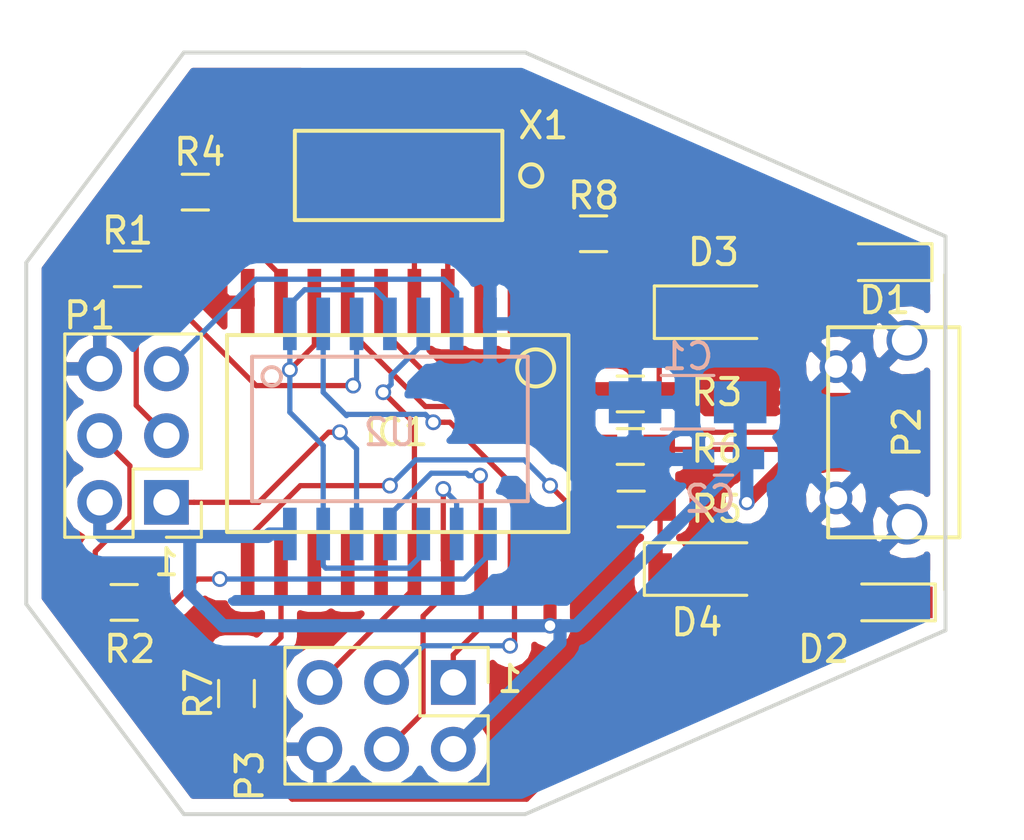
<source format=kicad_pcb>
(kicad_pcb (version 4) (host pcbnew 4.0.4-stable)

  (general
    (links 56)
    (no_connects 2)
    (area 150.924999 101.924999 186.075001 131.075001)
    (thickness 1.6)
    (drawings 11)
    (tracks 191)
    (zones 0)
    (modules 20)
    (nets 31)
  )

  (page A4)
  (layers
    (0 F.Cu signal)
    (31 B.Cu signal)
    (32 B.Adhes user hide)
    (33 F.Adhes user hide)
    (34 B.Paste user hide)
    (35 F.Paste user hide)
    (36 B.SilkS user)
    (37 F.SilkS user)
    (38 B.Mask user)
    (39 F.Mask user hide)
    (40 Dwgs.User user)
    (41 Cmts.User user)
    (42 Eco1.User user)
    (43 Eco2.User user)
    (44 Edge.Cuts user)
    (45 Margin user)
    (46 B.CrtYd user)
    (47 F.CrtYd user)
    (48 B.Fab user hide)
    (49 F.Fab user hide)
  )

  (setup
    (last_trace_width 0.2)
    (user_trace_width 0.5)
    (trace_clearance 0.2)
    (zone_clearance 0.508)
    (zone_45_only no)
    (trace_min 0.2)
    (segment_width 0.2)
    (edge_width 0.15)
    (via_size 0.6)
    (via_drill 0.4)
    (via_min_size 0.4)
    (via_min_drill 0.3)
    (uvia_size 0.3)
    (uvia_drill 0.1)
    (uvias_allowed no)
    (uvia_min_size 0.2)
    (uvia_min_drill 0.1)
    (pcb_text_width 0.3)
    (pcb_text_size 1.5 1.5)
    (mod_edge_width 0.15)
    (mod_text_size 1 1)
    (mod_text_width 0.15)
    (pad_size 1.524 1.524)
    (pad_drill 0.762)
    (pad_to_mask_clearance 0.2)
    (aux_axis_origin 0 0)
    (visible_elements 7FFFFFFF)
    (pcbplotparams
      (layerselection 0x00030_80000001)
      (usegerberextensions false)
      (excludeedgelayer true)
      (linewidth 0.100000)
      (plotframeref false)
      (viasonmask false)
      (mode 1)
      (useauxorigin false)
      (hpglpennumber 1)
      (hpglpenspeed 20)
      (hpglpendiameter 15)
      (hpglpenoverlay 2)
      (psnegative false)
      (psa4output false)
      (plotreference true)
      (plotvalue true)
      (plotinvisibletext false)
      (padsonsilk false)
      (subtractmaskfromsilk false)
      (outputformat 1)
      (mirror false)
      (drillshape 1)
      (scaleselection 1)
      (outputdirectory ""))
  )

  (net 0 "")
  (net 1 VCC)
  (net 2 GND)
  (net 3 "Net-(D1-Pad2)")
  (net 4 "Net-(D2-Pad2)")
  (net 5 "Net-(D3-Pad1)")
  (net 6 "Net-(D4-Pad1)")
  (net 7 /SCK)
  (net 8 /MISO)
  (net 9 /MOSI)
  (net 10 /RST)
  (net 11 "Net-(IC1-Pad15)")
  (net 12 "Net-(IC1-Pad14)")
  (net 13 "Net-(IC1-Pad13)")
  (net 14 "Net-(IC1-Pad11)")
  (net 15 "Net-(IC1-Pad9)")
  (net 16 /BUFFEN)
  (net 17 "Net-(IC1-Pad7)")
  (net 18 "Net-(IC1-Pad6)")
  (net 19 "Net-(IC1-Pad5)")
  (net 20 "Net-(IC1-Pad4)")
  (net 21 "Net-(IC1-Pad3)")
  (net 22 "Net-(IC1-Pad2)")
  (net 23 "Net-(IC1-Pad1)")
  (net 24 /MISO')
  (net 25 /SCK')
  (net 26 /MOSI')
  (net 27 /RST')
  (net 28 "Net-(R1-Pad2)")
  (net 29 "Net-(R2-Pad2)")
  (net 30 "Net-(IC1-Pad12)")

  (net_class Default "This is the default net class."
    (clearance 0.2)
    (trace_width 0.2)
    (via_dia 0.6)
    (via_drill 0.4)
    (uvia_dia 0.3)
    (uvia_drill 0.1)
    (add_net /BUFFEN)
    (add_net /MISO)
    (add_net /MISO')
    (add_net /MOSI)
    (add_net /MOSI')
    (add_net /RST)
    (add_net /RST')
    (add_net /SCK)
    (add_net /SCK')
    (add_net GND)
    (add_net "Net-(D1-Pad2)")
    (add_net "Net-(D2-Pad2)")
    (add_net "Net-(D3-Pad1)")
    (add_net "Net-(D4-Pad1)")
    (add_net "Net-(IC1-Pad1)")
    (add_net "Net-(IC1-Pad11)")
    (add_net "Net-(IC1-Pad12)")
    (add_net "Net-(IC1-Pad13)")
    (add_net "Net-(IC1-Pad14)")
    (add_net "Net-(IC1-Pad15)")
    (add_net "Net-(IC1-Pad2)")
    (add_net "Net-(IC1-Pad3)")
    (add_net "Net-(IC1-Pad4)")
    (add_net "Net-(IC1-Pad5)")
    (add_net "Net-(IC1-Pad6)")
    (add_net "Net-(IC1-Pad7)")
    (add_net "Net-(IC1-Pad9)")
    (add_net "Net-(R1-Pad2)")
    (add_net "Net-(R2-Pad2)")
    (add_net VCC)
  )

  (module Diodes_SMD:D_SOD-123 (layer F.Cu) (tedit 58645DC7) (tstamp 59263213)
    (at 177.165 111.887)
    (descr SOD-123)
    (tags SOD-123)
    (path /592461FB)
    (attr smd)
    (fp_text reference D3 (at 0 -2.286) (layer F.SilkS)
      (effects (font (size 1 1) (thickness 0.15)))
    )
    (fp_text value D (at 0 2.1) (layer F.Fab)
      (effects (font (size 1 1) (thickness 0.15)))
    )
    (fp_text user %R (at 0 -2) (layer F.Fab)
      (effects (font (size 1 1) (thickness 0.15)))
    )
    (fp_line (start -2.25 -1) (end -2.25 1) (layer F.SilkS) (width 0.12))
    (fp_line (start 0.25 0) (end 0.75 0) (layer F.Fab) (width 0.1))
    (fp_line (start 0.25 0.4) (end -0.35 0) (layer F.Fab) (width 0.1))
    (fp_line (start 0.25 -0.4) (end 0.25 0.4) (layer F.Fab) (width 0.1))
    (fp_line (start -0.35 0) (end 0.25 -0.4) (layer F.Fab) (width 0.1))
    (fp_line (start -0.35 0) (end -0.35 0.55) (layer F.Fab) (width 0.1))
    (fp_line (start -0.35 0) (end -0.35 -0.55) (layer F.Fab) (width 0.1))
    (fp_line (start -0.75 0) (end -0.35 0) (layer F.Fab) (width 0.1))
    (fp_line (start -1.4 0.9) (end -1.4 -0.9) (layer F.Fab) (width 0.1))
    (fp_line (start 1.4 0.9) (end -1.4 0.9) (layer F.Fab) (width 0.1))
    (fp_line (start 1.4 -0.9) (end 1.4 0.9) (layer F.Fab) (width 0.1))
    (fp_line (start -1.4 -0.9) (end 1.4 -0.9) (layer F.Fab) (width 0.1))
    (fp_line (start -2.35 -1.15) (end 2.35 -1.15) (layer F.CrtYd) (width 0.05))
    (fp_line (start 2.35 -1.15) (end 2.35 1.15) (layer F.CrtYd) (width 0.05))
    (fp_line (start 2.35 1.15) (end -2.35 1.15) (layer F.CrtYd) (width 0.05))
    (fp_line (start -2.35 -1.15) (end -2.35 1.15) (layer F.CrtYd) (width 0.05))
    (fp_line (start -2.25 1) (end 1.65 1) (layer F.SilkS) (width 0.12))
    (fp_line (start -2.25 -1) (end 1.65 -1) (layer F.SilkS) (width 0.12))
    (pad 1 smd rect (at -1.65 0) (size 0.9 1.2) (layers F.Cu F.Paste F.Mask)
      (net 5 "Net-(D3-Pad1)"))
    (pad 2 smd rect (at 1.65 0) (size 0.9 1.2) (layers F.Cu F.Paste F.Mask)
      (net 2 GND))
    (model ${KISYS3DMOD}/Diodes_SMD.3dshapes/D_SOD-123.wrl
      (at (xyz 0 0 0))
      (scale (xyz 1 1 1))
      (rotate (xyz 0 0 0))
    )
  )

  (module DM_Custom:DM_SOP14 (layer B.Cu) (tedit 5924C20A) (tstamp 5926328E)
    (at 164.846 116.332)
    (path /5923FE2C)
    (fp_text reference U2 (at 0 0.127) (layer B.SilkS)
      (effects (font (size 1 1) (thickness 0.15)) (justify mirror))
    )
    (fp_text value 74LS125 (at 0 6.985) (layer B.Fab)
      (effects (font (size 1 1) (thickness 0.15)) (justify mirror))
    )
    (fp_circle (center -4.5 -2) (end -4.25 -1.75) (layer B.SilkS) (width 0.15))
    (fp_line (start -5.25 2.75) (end -5.25 -2.75) (layer B.SilkS) (width 0.15))
    (fp_line (start -5.25 -2.75) (end 5.25 -2.75) (layer B.SilkS) (width 0.15))
    (fp_line (start 5.25 -2.75) (end 5.25 2.75) (layer B.SilkS) (width 0.15))
    (fp_line (start 5.25 2.75) (end -5.25 2.75) (layer B.SilkS) (width 0.15))
    (pad 1 smd rect (at -3.81 -4) (size 0.52 2) (layers B.Cu B.Paste B.Mask)
      (net 16 /BUFFEN))
    (pad 2 smd rect (at -2.54 -4) (size 0.52 2) (layers B.Cu B.Paste B.Mask)
      (net 7 /SCK))
    (pad 3 smd rect (at -1.27 -4) (size 0.52 2) (layers B.Cu B.Paste B.Mask)
      (net 28 "Net-(R1-Pad2)"))
    (pad 4 smd rect (at 0 -4) (size 0.52 2) (layers B.Cu B.Paste B.Mask)
      (net 16 /BUFFEN))
    (pad 5 smd rect (at 1.27 -4) (size 0.52 2) (layers B.Cu B.Paste B.Mask)
      (net 10 /RST))
    (pad 6 smd rect (at 2.54 -4) (size 0.52 2) (layers B.Cu B.Paste B.Mask)
      (net 27 /RST'))
    (pad 7 smd rect (at 3.81 -4) (size 0.52 2) (layers B.Cu B.Paste B.Mask)
      (net 2 GND))
    (pad 8 smd rect (at 3.81 4) (size 0.52 2) (layers B.Cu B.Paste B.Mask)
      (net 29 "Net-(R2-Pad2)"))
    (pad 9 smd rect (at 2.54 4) (size 0.52 2) (layers B.Cu B.Paste B.Mask)
      (net 9 /MOSI))
    (pad 10 smd rect (at 1.27 4) (size 0.52 2) (layers B.Cu B.Paste B.Mask)
      (net 16 /BUFFEN))
    (pad 11 smd rect (at 0 4) (size 0.52 2) (layers B.Cu B.Paste B.Mask)
      (net 8 /MISO))
    (pad 12 smd rect (at -1.27 4) (size 0.52 2) (layers B.Cu B.Paste B.Mask)
      (net 24 /MISO'))
    (pad 13 smd rect (at -2.54 4) (size 0.52 2) (layers B.Cu B.Paste B.Mask)
      (net 16 /BUFFEN))
    (pad 14 smd rect (at -3.81 4) (size 0.52 2) (layers B.Cu B.Paste B.Mask)
      (net 1 VCC))
  )

  (module Capacitors_SMD:C_1206_HandSoldering (layer B.Cu) (tedit 58AA84D1) (tstamp 592631FB)
    (at 176.181 115.316 180)
    (descr "Capacitor SMD 1206, hand soldering")
    (tags "capacitor 1206")
    (path /59240C18)
    (attr smd)
    (fp_text reference C1 (at 0 1.75 180) (layer B.SilkS)
      (effects (font (size 1 1) (thickness 0.15)) (justify mirror))
    )
    (fp_text value 100U (at 0 -2 180) (layer B.Fab)
      (effects (font (size 1 1) (thickness 0.15)) (justify mirror))
    )
    (fp_text user %R (at 0 1.75 180) (layer B.Fab)
      (effects (font (size 1 1) (thickness 0.15)) (justify mirror))
    )
    (fp_line (start -1.6 -0.8) (end -1.6 0.8) (layer B.Fab) (width 0.1))
    (fp_line (start 1.6 -0.8) (end -1.6 -0.8) (layer B.Fab) (width 0.1))
    (fp_line (start 1.6 0.8) (end 1.6 -0.8) (layer B.Fab) (width 0.1))
    (fp_line (start -1.6 0.8) (end 1.6 0.8) (layer B.Fab) (width 0.1))
    (fp_line (start 1 1.02) (end -1 1.02) (layer B.SilkS) (width 0.12))
    (fp_line (start -1 -1.02) (end 1 -1.02) (layer B.SilkS) (width 0.12))
    (fp_line (start -3.25 1.05) (end 3.25 1.05) (layer B.CrtYd) (width 0.05))
    (fp_line (start -3.25 1.05) (end -3.25 -1.05) (layer B.CrtYd) (width 0.05))
    (fp_line (start 3.25 -1.05) (end 3.25 1.05) (layer B.CrtYd) (width 0.05))
    (fp_line (start 3.25 -1.05) (end -3.25 -1.05) (layer B.CrtYd) (width 0.05))
    (pad 1 smd rect (at -2 0 180) (size 2 1.6) (layers B.Cu B.Paste B.Mask)
      (net 1 VCC))
    (pad 2 smd rect (at 2 0 180) (size 2 1.6) (layers B.Cu B.Paste B.Mask)
      (net 2 GND))
    (model Capacitors_SMD.3dshapes/C_1206.wrl
      (at (xyz 0 0 0))
      (scale (xyz 1 1 1))
      (rotate (xyz 0 0 0))
    )
  )

  (module Capacitors_SMD:C_0603_HandSoldering (layer B.Cu) (tedit 58AA848B) (tstamp 59263201)
    (at 177.546 117.491258 180)
    (descr "Capacitor SMD 0603, hand soldering")
    (tags "capacitor 0603")
    (path /592460B7)
    (attr smd)
    (fp_text reference C2 (at 0.508 -1.507742 180) (layer B.SilkS)
      (effects (font (size 1 1) (thickness 0.15)) (justify mirror))
    )
    (fp_text value 0.1U (at 0 -1.5 180) (layer B.Fab)
      (effects (font (size 1 1) (thickness 0.15)) (justify mirror))
    )
    (fp_text user %R (at 0 1.25 180) (layer B.Fab)
      (effects (font (size 1 1) (thickness 0.15)) (justify mirror))
    )
    (fp_line (start -0.8 -0.4) (end -0.8 0.4) (layer B.Fab) (width 0.1))
    (fp_line (start 0.8 -0.4) (end -0.8 -0.4) (layer B.Fab) (width 0.1))
    (fp_line (start 0.8 0.4) (end 0.8 -0.4) (layer B.Fab) (width 0.1))
    (fp_line (start -0.8 0.4) (end 0.8 0.4) (layer B.Fab) (width 0.1))
    (fp_line (start -0.35 0.6) (end 0.35 0.6) (layer B.SilkS) (width 0.12))
    (fp_line (start 0.35 -0.6) (end -0.35 -0.6) (layer B.SilkS) (width 0.12))
    (fp_line (start -1.8 0.65) (end 1.8 0.65) (layer B.CrtYd) (width 0.05))
    (fp_line (start -1.8 0.65) (end -1.8 -0.65) (layer B.CrtYd) (width 0.05))
    (fp_line (start 1.8 -0.65) (end 1.8 0.65) (layer B.CrtYd) (width 0.05))
    (fp_line (start 1.8 -0.65) (end -1.8 -0.65) (layer B.CrtYd) (width 0.05))
    (pad 1 smd rect (at -0.95 0 180) (size 1.2 0.75) (layers B.Cu B.Paste B.Mask)
      (net 1 VCC))
    (pad 2 smd rect (at 0.95 0 180) (size 1.2 0.75) (layers B.Cu B.Paste B.Mask)
      (net 2 GND))
    (model Capacitors_SMD.3dshapes/C_0603.wrl
      (at (xyz 0 0 0))
      (scale (xyz 1 1 1))
      (rotate (xyz 0 0 0))
    )
  )

  (module LEDs:LED_0805 (layer F.Cu) (tedit 57FE93EC) (tstamp 59263207)
    (at 183.685 109.982 180)
    (descr "LED 0805 smd package")
    (tags "LED led 0805 SMD smd SMT smt smdled SMDLED smtled SMTLED")
    (path /59241652)
    (attr smd)
    (fp_text reference D1 (at 0 -1.45 180) (layer F.SilkS)
      (effects (font (size 1 1) (thickness 0.15)))
    )
    (fp_text value LED (at 0 1.55 180) (layer F.Fab)
      (effects (font (size 1 1) (thickness 0.15)))
    )
    (fp_line (start -1.8 -0.7) (end -1.8 0.7) (layer F.SilkS) (width 0.12))
    (fp_line (start -0.4 -0.4) (end -0.4 0.4) (layer F.Fab) (width 0.1))
    (fp_line (start -0.4 0) (end 0.2 -0.4) (layer F.Fab) (width 0.1))
    (fp_line (start 0.2 0.4) (end -0.4 0) (layer F.Fab) (width 0.1))
    (fp_line (start 0.2 -0.4) (end 0.2 0.4) (layer F.Fab) (width 0.1))
    (fp_line (start 1 0.6) (end -1 0.6) (layer F.Fab) (width 0.1))
    (fp_line (start 1 -0.6) (end 1 0.6) (layer F.Fab) (width 0.1))
    (fp_line (start -1 -0.6) (end 1 -0.6) (layer F.Fab) (width 0.1))
    (fp_line (start -1 0.6) (end -1 -0.6) (layer F.Fab) (width 0.1))
    (fp_line (start -1.8 0.7) (end 1 0.7) (layer F.SilkS) (width 0.12))
    (fp_line (start -1.8 -0.7) (end 1 -0.7) (layer F.SilkS) (width 0.12))
    (fp_line (start 1.95 -0.85) (end 1.95 0.85) (layer F.CrtYd) (width 0.05))
    (fp_line (start 1.95 0.85) (end -1.95 0.85) (layer F.CrtYd) (width 0.05))
    (fp_line (start -1.95 0.85) (end -1.95 -0.85) (layer F.CrtYd) (width 0.05))
    (fp_line (start -1.95 -0.85) (end 1.95 -0.85) (layer F.CrtYd) (width 0.05))
    (pad 2 smd rect (at 1.1 0) (size 1.2 1.2) (layers F.Cu F.Paste F.Mask)
      (net 3 "Net-(D1-Pad2)"))
    (pad 1 smd rect (at -1.1 0) (size 1.2 1.2) (layers F.Cu F.Paste F.Mask)
      (net 2 GND))
    (model LEDs.3dshapes/LED_0805.wrl
      (at (xyz 0 0 0))
      (scale (xyz 1 1 1))
      (rotate (xyz 0 0 180))
    )
  )

  (module LEDs:LED_0805 (layer F.Cu) (tedit 57FE93EC) (tstamp 5926320D)
    (at 183.812 122.936 180)
    (descr "LED 0805 smd package")
    (tags "LED led 0805 SMD smd SMT smt smdled SMDLED smtled SMTLED")
    (path /592413A0)
    (attr smd)
    (fp_text reference D2 (at 2.456 -1.778 180) (layer F.SilkS)
      (effects (font (size 1 1) (thickness 0.15)))
    )
    (fp_text value LED (at 0 1.55 180) (layer F.Fab)
      (effects (font (size 1 1) (thickness 0.15)))
    )
    (fp_line (start -1.8 -0.7) (end -1.8 0.7) (layer F.SilkS) (width 0.12))
    (fp_line (start -0.4 -0.4) (end -0.4 0.4) (layer F.Fab) (width 0.1))
    (fp_line (start -0.4 0) (end 0.2 -0.4) (layer F.Fab) (width 0.1))
    (fp_line (start 0.2 0.4) (end -0.4 0) (layer F.Fab) (width 0.1))
    (fp_line (start 0.2 -0.4) (end 0.2 0.4) (layer F.Fab) (width 0.1))
    (fp_line (start 1 0.6) (end -1 0.6) (layer F.Fab) (width 0.1))
    (fp_line (start 1 -0.6) (end 1 0.6) (layer F.Fab) (width 0.1))
    (fp_line (start -1 -0.6) (end 1 -0.6) (layer F.Fab) (width 0.1))
    (fp_line (start -1 0.6) (end -1 -0.6) (layer F.Fab) (width 0.1))
    (fp_line (start -1.8 0.7) (end 1 0.7) (layer F.SilkS) (width 0.12))
    (fp_line (start -1.8 -0.7) (end 1 -0.7) (layer F.SilkS) (width 0.12))
    (fp_line (start 1.95 -0.85) (end 1.95 0.85) (layer F.CrtYd) (width 0.05))
    (fp_line (start 1.95 0.85) (end -1.95 0.85) (layer F.CrtYd) (width 0.05))
    (fp_line (start -1.95 0.85) (end -1.95 -0.85) (layer F.CrtYd) (width 0.05))
    (fp_line (start -1.95 -0.85) (end 1.95 -0.85) (layer F.CrtYd) (width 0.05))
    (pad 2 smd rect (at 1.1 0) (size 1.2 1.2) (layers F.Cu F.Paste F.Mask)
      (net 4 "Net-(D2-Pad2)"))
    (pad 1 smd rect (at -1.1 0) (size 1.2 1.2) (layers F.Cu F.Paste F.Mask)
      (net 2 GND))
    (model LEDs.3dshapes/LED_0805.wrl
      (at (xyz 0 0 0))
      (scale (xyz 1 1 1))
      (rotate (xyz 0 0 180))
    )
  )

  (module Diodes_SMD:D_SOD-123 (layer F.Cu) (tedit 58645DC7) (tstamp 59263219)
    (at 176.784 121.666)
    (descr SOD-123)
    (tags SOD-123)
    (path /59246368)
    (attr smd)
    (fp_text reference D4 (at -0.254 2.032) (layer F.SilkS)
      (effects (font (size 1 1) (thickness 0.15)))
    )
    (fp_text value D (at 0 2.1) (layer F.Fab)
      (effects (font (size 1 1) (thickness 0.15)))
    )
    (fp_text user %R (at 0 -2) (layer F.Fab)
      (effects (font (size 1 1) (thickness 0.15)))
    )
    (fp_line (start -2.25 -1) (end -2.25 1) (layer F.SilkS) (width 0.12))
    (fp_line (start 0.25 0) (end 0.75 0) (layer F.Fab) (width 0.1))
    (fp_line (start 0.25 0.4) (end -0.35 0) (layer F.Fab) (width 0.1))
    (fp_line (start 0.25 -0.4) (end 0.25 0.4) (layer F.Fab) (width 0.1))
    (fp_line (start -0.35 0) (end 0.25 -0.4) (layer F.Fab) (width 0.1))
    (fp_line (start -0.35 0) (end -0.35 0.55) (layer F.Fab) (width 0.1))
    (fp_line (start -0.35 0) (end -0.35 -0.55) (layer F.Fab) (width 0.1))
    (fp_line (start -0.75 0) (end -0.35 0) (layer F.Fab) (width 0.1))
    (fp_line (start -1.4 0.9) (end -1.4 -0.9) (layer F.Fab) (width 0.1))
    (fp_line (start 1.4 0.9) (end -1.4 0.9) (layer F.Fab) (width 0.1))
    (fp_line (start 1.4 -0.9) (end 1.4 0.9) (layer F.Fab) (width 0.1))
    (fp_line (start -1.4 -0.9) (end 1.4 -0.9) (layer F.Fab) (width 0.1))
    (fp_line (start -2.35 -1.15) (end 2.35 -1.15) (layer F.CrtYd) (width 0.05))
    (fp_line (start 2.35 -1.15) (end 2.35 1.15) (layer F.CrtYd) (width 0.05))
    (fp_line (start 2.35 1.15) (end -2.35 1.15) (layer F.CrtYd) (width 0.05))
    (fp_line (start -2.35 -1.15) (end -2.35 1.15) (layer F.CrtYd) (width 0.05))
    (fp_line (start -2.25 1) (end 1.65 1) (layer F.SilkS) (width 0.12))
    (fp_line (start -2.25 -1) (end 1.65 -1) (layer F.SilkS) (width 0.12))
    (pad 1 smd rect (at -1.65 0) (size 0.9 1.2) (layers F.Cu F.Paste F.Mask)
      (net 6 "Net-(D4-Pad1)"))
    (pad 2 smd rect (at 1.65 0) (size 0.9 1.2) (layers F.Cu F.Paste F.Mask)
      (net 2 GND))
    (model ${KISYS3DMOD}/Diodes_SMD.3dshapes/D_SOD-123.wrl
      (at (xyz 0 0 0))
      (scale (xyz 1 1 1))
      (rotate (xyz 0 0 0))
    )
  )

  (module DM_Custom:DM_ATTINY2313_20S2 (layer F.Cu) (tedit 5925029B) (tstamp 59263231)
    (at 165.144001 116.508)
    (path /5923FD7B)
    (fp_text reference IC1 (at -0.044001 -0.049) (layer F.SilkS)
      (effects (font (size 1 1) (thickness 0.15)))
    )
    (fp_text value ATTINY2313-S (at 0 -10.25) (layer F.Fab)
      (effects (font (size 1 1) (thickness 0.15)))
    )
    (fp_circle (center 5.25 -2.5) (end 5.75 -3) (layer F.SilkS) (width 0.15))
    (fp_line (start 6.5 -3.75) (end -6.5 -3.75) (layer F.SilkS) (width 0.15))
    (fp_line (start -6.5 -3.75) (end -6.5 3.75) (layer F.SilkS) (width 0.15))
    (fp_line (start -6.5 3.75) (end 6.5 3.75) (layer F.SilkS) (width 0.15))
    (fp_line (start 6.5 3.75) (end 6.5 -3.75) (layer F.SilkS) (width 0.15))
    (pad 20 smd rect (at 5.715 5) (size 0.52 2.54) (layers F.Cu F.Paste F.Mask)
      (net 1 VCC))
    (pad 19 smd rect (at 4.445 5) (size 0.52 2.54) (layers F.Cu F.Paste F.Mask)
      (net 7 /SCK))
    (pad 18 smd rect (at 3.175 5) (size 0.52 2.54) (layers F.Cu F.Paste F.Mask)
      (net 8 /MISO))
    (pad 17 smd rect (at 1.905 5) (size 0.52 2.54) (layers F.Cu F.Paste F.Mask)
      (net 9 /MOSI))
    (pad 16 smd rect (at 0.635 5) (size 0.52 2.54) (layers F.Cu F.Paste F.Mask)
      (net 10 /RST))
    (pad 15 smd rect (at -0.635 5) (size 0.52 2.54) (layers F.Cu F.Paste F.Mask)
      (net 11 "Net-(IC1-Pad15)"))
    (pad 14 smd rect (at -1.905 5) (size 0.52 2.54) (layers F.Cu F.Paste F.Mask)
      (net 12 "Net-(IC1-Pad14)"))
    (pad 13 smd rect (at -3.175 5) (size 0.52 2.54) (layers F.Cu F.Paste F.Mask)
      (net 13 "Net-(IC1-Pad13)"))
    (pad 12 smd rect (at -4.445 5) (size 0.52 2.54) (layers F.Cu F.Paste F.Mask)
      (net 30 "Net-(IC1-Pad12)"))
    (pad 11 smd rect (at -5.715 5) (size 0.52 2.54) (layers F.Cu F.Paste F.Mask)
      (net 14 "Net-(IC1-Pad11)"))
    (pad 10 smd rect (at -5.715 -5) (size 0.52 2.54) (layers F.Cu F.Paste F.Mask)
      (net 2 GND))
    (pad 9 smd rect (at -4.445 -5) (size 0.52 2.54) (layers F.Cu F.Paste F.Mask)
      (net 15 "Net-(IC1-Pad9)"))
    (pad 8 smd rect (at -3.175 -5) (size 0.52 2.54) (layers F.Cu F.Paste F.Mask)
      (net 16 /BUFFEN))
    (pad 7 smd rect (at -1.905 -5) (size 0.52 2.54) (layers F.Cu F.Paste F.Mask)
      (net 17 "Net-(IC1-Pad7)"))
    (pad 6 smd rect (at -0.635 -5) (size 0.52 2.54) (layers F.Cu F.Paste F.Mask)
      (net 18 "Net-(IC1-Pad6)"))
    (pad 5 smd rect (at 0.635 -5) (size 0.52 2.54) (layers F.Cu F.Paste F.Mask)
      (net 19 "Net-(IC1-Pad5)"))
    (pad 4 smd rect (at 1.905 -5) (size 0.52 2.54) (layers F.Cu F.Paste F.Mask)
      (net 20 "Net-(IC1-Pad4)"))
    (pad 3 smd rect (at 3.175 -5) (size 0.52 2.54) (layers F.Cu F.Paste F.Mask)
      (net 21 "Net-(IC1-Pad3)"))
    (pad 2 smd rect (at 4.445 -5) (size 0.52 2.54) (layers F.Cu F.Paste F.Mask)
      (net 22 "Net-(IC1-Pad2)"))
    (pad 1 smd rect (at 5.715 -5) (size 0.52 2.54) (layers F.Cu F.Paste F.Mask)
      (net 23 "Net-(IC1-Pad1)"))
  )

  (module Pin_Headers:Pin_Header_Straight_2x03_Pitch2.54mm (layer F.Cu) (tedit 58CD4EC5) (tstamp 5926323B)
    (at 156.337 119.126 180)
    (descr "Through hole straight pin header, 2x03, 2.54mm pitch, double rows")
    (tags "Through hole pin header THT 2x03 2.54mm double row")
    (path /59242BB0)
    (fp_text reference P1 (at 2.921 7.112 180) (layer F.SilkS)
      (effects (font (size 1 1) (thickness 0.15)))
    )
    (fp_text value CONN_02X03 (at 1.27 7.41 180) (layer F.Fab)
      (effects (font (size 1 1) (thickness 0.15)))
    )
    (fp_line (start -1.27 -1.27) (end -1.27 6.35) (layer F.Fab) (width 0.1))
    (fp_line (start -1.27 6.35) (end 3.81 6.35) (layer F.Fab) (width 0.1))
    (fp_line (start 3.81 6.35) (end 3.81 -1.27) (layer F.Fab) (width 0.1))
    (fp_line (start 3.81 -1.27) (end -1.27 -1.27) (layer F.Fab) (width 0.1))
    (fp_line (start -1.33 1.27) (end -1.33 6.41) (layer F.SilkS) (width 0.12))
    (fp_line (start -1.33 6.41) (end 3.87 6.41) (layer F.SilkS) (width 0.12))
    (fp_line (start 3.87 6.41) (end 3.87 -1.33) (layer F.SilkS) (width 0.12))
    (fp_line (start 3.87 -1.33) (end 1.27 -1.33) (layer F.SilkS) (width 0.12))
    (fp_line (start 1.27 -1.33) (end 1.27 1.27) (layer F.SilkS) (width 0.12))
    (fp_line (start 1.27 1.27) (end -1.33 1.27) (layer F.SilkS) (width 0.12))
    (fp_line (start -1.33 0) (end -1.33 -1.33) (layer F.SilkS) (width 0.12))
    (fp_line (start -1.33 -1.33) (end 0 -1.33) (layer F.SilkS) (width 0.12))
    (fp_line (start -1.8 -1.8) (end -1.8 6.85) (layer F.CrtYd) (width 0.05))
    (fp_line (start -1.8 6.85) (end 4.35 6.85) (layer F.CrtYd) (width 0.05))
    (fp_line (start 4.35 6.85) (end 4.35 -1.8) (layer F.CrtYd) (width 0.05))
    (fp_line (start 4.35 -1.8) (end -1.8 -1.8) (layer F.CrtYd) (width 0.05))
    (fp_text user %R (at 1.27 -2.33 180) (layer F.Fab)
      (effects (font (size 1 1) (thickness 0.15)))
    )
    (pad 1 thru_hole rect (at 0 0 180) (size 1.7 1.7) (drill 1) (layers *.Cu *.Mask)
      (net 24 /MISO'))
    (pad 2 thru_hole oval (at 2.54 0 180) (size 1.7 1.7) (drill 1) (layers *.Cu *.Mask)
      (net 1 VCC))
    (pad 3 thru_hole oval (at 0 2.54 180) (size 1.7 1.7) (drill 1) (layers *.Cu *.Mask)
      (net 25 /SCK'))
    (pad 4 thru_hole oval (at 2.54 2.54 180) (size 1.7 1.7) (drill 1) (layers *.Cu *.Mask)
      (net 26 /MOSI'))
    (pad 5 thru_hole oval (at 0 5.08 180) (size 1.7 1.7) (drill 1) (layers *.Cu *.Mask)
      (net 27 /RST'))
    (pad 6 thru_hole oval (at 2.54 5.08 180) (size 1.7 1.7) (drill 1) (layers *.Cu *.Mask)
      (net 2 GND))
    (model ${KISYS3DMOD}/Pin_Headers.3dshapes/Pin_Header_Straight_2x03_Pitch2.54mm.wrl
      (at (xyz 0.05 -0.1 0))
      (scale (xyz 1 1 1))
      (rotate (xyz 0 0 90))
    )
  )

  (module Pin_Headers:Pin_Header_Straight_2x03_Pitch2.54mm (layer F.Cu) (tedit 58CD4EC5) (tstamp 59263252)
    (at 167.259 125.984 270)
    (descr "Through hole straight pin header, 2x03, 2.54mm pitch, double rows")
    (tags "Through hole pin header THT 2x03 2.54mm double row")
    (path /592634B9)
    (fp_text reference P3 (at 3.556 7.747 270) (layer F.SilkS)
      (effects (font (size 1 1) (thickness 0.15)))
    )
    (fp_text value CONN_02X03 (at 1.27 7.41 270) (layer F.Fab)
      (effects (font (size 1 1) (thickness 0.15)))
    )
    (fp_line (start -1.27 -1.27) (end -1.27 6.35) (layer F.Fab) (width 0.1))
    (fp_line (start -1.27 6.35) (end 3.81 6.35) (layer F.Fab) (width 0.1))
    (fp_line (start 3.81 6.35) (end 3.81 -1.27) (layer F.Fab) (width 0.1))
    (fp_line (start 3.81 -1.27) (end -1.27 -1.27) (layer F.Fab) (width 0.1))
    (fp_line (start -1.33 1.27) (end -1.33 6.41) (layer F.SilkS) (width 0.12))
    (fp_line (start -1.33 6.41) (end 3.87 6.41) (layer F.SilkS) (width 0.12))
    (fp_line (start 3.87 6.41) (end 3.87 -1.33) (layer F.SilkS) (width 0.12))
    (fp_line (start 3.87 -1.33) (end 1.27 -1.33) (layer F.SilkS) (width 0.12))
    (fp_line (start 1.27 -1.33) (end 1.27 1.27) (layer F.SilkS) (width 0.12))
    (fp_line (start 1.27 1.27) (end -1.33 1.27) (layer F.SilkS) (width 0.12))
    (fp_line (start -1.33 0) (end -1.33 -1.33) (layer F.SilkS) (width 0.12))
    (fp_line (start -1.33 -1.33) (end 0 -1.33) (layer F.SilkS) (width 0.12))
    (fp_line (start -1.8 -1.8) (end -1.8 6.85) (layer F.CrtYd) (width 0.05))
    (fp_line (start -1.8 6.85) (end 4.35 6.85) (layer F.CrtYd) (width 0.05))
    (fp_line (start 4.35 6.85) (end 4.35 -1.8) (layer F.CrtYd) (width 0.05))
    (fp_line (start 4.35 -1.8) (end -1.8 -1.8) (layer F.CrtYd) (width 0.05))
    (fp_text user %R (at 1.27 -2.33 270) (layer F.Fab)
      (effects (font (size 1 1) (thickness 0.15)))
    )
    (pad 1 thru_hole rect (at 0 0 270) (size 1.7 1.7) (drill 1) (layers *.Cu *.Mask)
      (net 8 /MISO))
    (pad 2 thru_hole oval (at 2.54 0 270) (size 1.7 1.7) (drill 1) (layers *.Cu *.Mask)
      (net 1 VCC))
    (pad 3 thru_hole oval (at 0 2.54 270) (size 1.7 1.7) (drill 1) (layers *.Cu *.Mask)
      (net 7 /SCK))
    (pad 4 thru_hole oval (at 2.54 2.54 270) (size 1.7 1.7) (drill 1) (layers *.Cu *.Mask)
      (net 9 /MOSI))
    (pad 5 thru_hole oval (at 0 5.08 270) (size 1.7 1.7) (drill 1) (layers *.Cu *.Mask)
      (net 10 /RST))
    (pad 6 thru_hole oval (at 2.54 5.08 270) (size 1.7 1.7) (drill 1) (layers *.Cu *.Mask)
      (net 2 GND))
    (model ${KISYS3DMOD}/Pin_Headers.3dshapes/Pin_Header_Straight_2x03_Pitch2.54mm.wrl
      (at (xyz 0.05 -0.1 0))
      (scale (xyz 1 1 1))
      (rotate (xyz 0 0 90))
    )
  )

  (module Resistors_SMD:R_0603_HandSoldering (layer F.Cu) (tedit 58E0A804) (tstamp 59263258)
    (at 154.856 110.236)
    (descr "Resistor SMD 0603, hand soldering")
    (tags "resistor 0603")
    (path /59243112)
    (attr smd)
    (fp_text reference R1 (at 0 -1.45) (layer F.SilkS)
      (effects (font (size 1 1) (thickness 0.15)))
    )
    (fp_text value 1.5K (at 0 1.55) (layer F.Fab)
      (effects (font (size 1 1) (thickness 0.15)))
    )
    (fp_text user %R (at 0 0) (layer F.Fab)
      (effects (font (size 0.5 0.5) (thickness 0.075)))
    )
    (fp_line (start -0.8 0.4) (end -0.8 -0.4) (layer F.Fab) (width 0.1))
    (fp_line (start 0.8 0.4) (end -0.8 0.4) (layer F.Fab) (width 0.1))
    (fp_line (start 0.8 -0.4) (end 0.8 0.4) (layer F.Fab) (width 0.1))
    (fp_line (start -0.8 -0.4) (end 0.8 -0.4) (layer F.Fab) (width 0.1))
    (fp_line (start 0.5 0.68) (end -0.5 0.68) (layer F.SilkS) (width 0.12))
    (fp_line (start -0.5 -0.68) (end 0.5 -0.68) (layer F.SilkS) (width 0.12))
    (fp_line (start -1.96 -0.7) (end 1.95 -0.7) (layer F.CrtYd) (width 0.05))
    (fp_line (start -1.96 -0.7) (end -1.96 0.7) (layer F.CrtYd) (width 0.05))
    (fp_line (start 1.95 0.7) (end 1.95 -0.7) (layer F.CrtYd) (width 0.05))
    (fp_line (start 1.95 0.7) (end -1.96 0.7) (layer F.CrtYd) (width 0.05))
    (pad 1 smd rect (at -1.1 0) (size 1.2 0.9) (layers F.Cu F.Paste F.Mask)
      (net 25 /SCK'))
    (pad 2 smd rect (at 1.1 0) (size 1.2 0.9) (layers F.Cu F.Paste F.Mask)
      (net 28 "Net-(R1-Pad2)"))
    (model ${KISYS3DMOD}/Resistors_SMD.3dshapes/R_0603.wrl
      (at (xyz 0 0 0))
      (scale (xyz 1 1 1))
      (rotate (xyz 0 0 0))
    )
  )

  (module Resistors_SMD:R_0603_HandSoldering (layer F.Cu) (tedit 58E0A804) (tstamp 5926325E)
    (at 154.729 122.936)
    (descr "Resistor SMD 0603, hand soldering")
    (tags "resistor 0603")
    (path /59243018)
    (attr smd)
    (fp_text reference R2 (at 0.211 1.778) (layer F.SilkS)
      (effects (font (size 1 1) (thickness 0.15)))
    )
    (fp_text value 1.5K (at 0 1.55) (layer F.Fab)
      (effects (font (size 1 1) (thickness 0.15)))
    )
    (fp_text user %R (at 0 0) (layer F.Fab)
      (effects (font (size 0.5 0.5) (thickness 0.075)))
    )
    (fp_line (start -0.8 0.4) (end -0.8 -0.4) (layer F.Fab) (width 0.1))
    (fp_line (start 0.8 0.4) (end -0.8 0.4) (layer F.Fab) (width 0.1))
    (fp_line (start 0.8 -0.4) (end 0.8 0.4) (layer F.Fab) (width 0.1))
    (fp_line (start -0.8 -0.4) (end 0.8 -0.4) (layer F.Fab) (width 0.1))
    (fp_line (start 0.5 0.68) (end -0.5 0.68) (layer F.SilkS) (width 0.12))
    (fp_line (start -0.5 -0.68) (end 0.5 -0.68) (layer F.SilkS) (width 0.12))
    (fp_line (start -1.96 -0.7) (end 1.95 -0.7) (layer F.CrtYd) (width 0.05))
    (fp_line (start -1.96 -0.7) (end -1.96 0.7) (layer F.CrtYd) (width 0.05))
    (fp_line (start 1.95 0.7) (end 1.95 -0.7) (layer F.CrtYd) (width 0.05))
    (fp_line (start 1.95 0.7) (end -1.96 0.7) (layer F.CrtYd) (width 0.05))
    (pad 1 smd rect (at -1.1 0) (size 1.2 0.9) (layers F.Cu F.Paste F.Mask)
      (net 26 /MOSI'))
    (pad 2 smd rect (at 1.1 0) (size 1.2 0.9) (layers F.Cu F.Paste F.Mask)
      (net 29 "Net-(R2-Pad2)"))
    (model ${KISYS3DMOD}/Resistors_SMD.3dshapes/R_0603.wrl
      (at (xyz 0 0 0))
      (scale (xyz 1 1 1))
      (rotate (xyz 0 0 0))
    )
  )

  (module Resistors_SMD:R_0603_HandSoldering (layer F.Cu) (tedit 58E0A804) (tstamp 59263264)
    (at 174 115 180)
    (descr "Resistor SMD 0603, hand soldering")
    (tags "resistor 0603")
    (path /59240F4C)
    (attr smd)
    (fp_text reference R3 (at -3.292 0.065 180) (layer F.SilkS)
      (effects (font (size 1 1) (thickness 0.15)))
    )
    (fp_text value 47 (at 0 1.55 180) (layer F.Fab)
      (effects (font (size 1 1) (thickness 0.15)))
    )
    (fp_text user %R (at 0 0 180) (layer F.Fab)
      (effects (font (size 0.5 0.5) (thickness 0.075)))
    )
    (fp_line (start -0.8 0.4) (end -0.8 -0.4) (layer F.Fab) (width 0.1))
    (fp_line (start 0.8 0.4) (end -0.8 0.4) (layer F.Fab) (width 0.1))
    (fp_line (start 0.8 -0.4) (end 0.8 0.4) (layer F.Fab) (width 0.1))
    (fp_line (start -0.8 -0.4) (end 0.8 -0.4) (layer F.Fab) (width 0.1))
    (fp_line (start 0.5 0.68) (end -0.5 0.68) (layer F.SilkS) (width 0.12))
    (fp_line (start -0.5 -0.68) (end 0.5 -0.68) (layer F.SilkS) (width 0.12))
    (fp_line (start -1.96 -0.7) (end 1.95 -0.7) (layer F.CrtYd) (width 0.05))
    (fp_line (start -1.96 -0.7) (end -1.96 0.7) (layer F.CrtYd) (width 0.05))
    (fp_line (start 1.95 0.7) (end 1.95 -0.7) (layer F.CrtYd) (width 0.05))
    (fp_line (start 1.95 0.7) (end -1.96 0.7) (layer F.CrtYd) (width 0.05))
    (pad 1 smd rect (at -1.1 0 180) (size 1.2 0.9) (layers F.Cu F.Paste F.Mask)
      (net 5 "Net-(D3-Pad1)"))
    (pad 2 smd rect (at 1.1 0 180) (size 1.2 0.9) (layers F.Cu F.Paste F.Mask)
      (net 18 "Net-(IC1-Pad6)"))
    (model ${KISYS3DMOD}/Resistors_SMD.3dshapes/R_0603.wrl
      (at (xyz 0 0 0))
      (scale (xyz 1 1 1))
      (rotate (xyz 0 0 0))
    )
  )

  (module Resistors_SMD:R_0603_HandSoldering (layer F.Cu) (tedit 58E0A804) (tstamp 5926326A)
    (at 157.437 107.315 180)
    (descr "Resistor SMD 0603, hand soldering")
    (tags "resistor 0603")
    (path /59241773)
    (attr smd)
    (fp_text reference R4 (at -0.17 1.524 180) (layer F.SilkS)
      (effects (font (size 1 1) (thickness 0.15)))
    )
    (fp_text value 1K (at 0 1.55 180) (layer F.Fab)
      (effects (font (size 1 1) (thickness 0.15)))
    )
    (fp_text user %R (at 0 0 180) (layer F.Fab)
      (effects (font (size 0.5 0.5) (thickness 0.075)))
    )
    (fp_line (start -0.8 0.4) (end -0.8 -0.4) (layer F.Fab) (width 0.1))
    (fp_line (start 0.8 0.4) (end -0.8 0.4) (layer F.Fab) (width 0.1))
    (fp_line (start 0.8 -0.4) (end 0.8 0.4) (layer F.Fab) (width 0.1))
    (fp_line (start -0.8 -0.4) (end 0.8 -0.4) (layer F.Fab) (width 0.1))
    (fp_line (start 0.5 0.68) (end -0.5 0.68) (layer F.SilkS) (width 0.12))
    (fp_line (start -0.5 -0.68) (end 0.5 -0.68) (layer F.SilkS) (width 0.12))
    (fp_line (start -1.96 -0.7) (end 1.95 -0.7) (layer F.CrtYd) (width 0.05))
    (fp_line (start -1.96 -0.7) (end -1.96 0.7) (layer F.CrtYd) (width 0.05))
    (fp_line (start 1.95 0.7) (end 1.95 -0.7) (layer F.CrtYd) (width 0.05))
    (fp_line (start 1.95 0.7) (end -1.96 0.7) (layer F.CrtYd) (width 0.05))
    (pad 1 smd rect (at -1.1 0 180) (size 1.2 0.9) (layers F.Cu F.Paste F.Mask)
      (net 3 "Net-(D1-Pad2)"))
    (pad 2 smd rect (at 1.1 0 180) (size 1.2 0.9) (layers F.Cu F.Paste F.Mask)
      (net 15 "Net-(IC1-Pad9)"))
    (model ${KISYS3DMOD}/Resistors_SMD.3dshapes/R_0603.wrl
      (at (xyz 0 0 0))
      (scale (xyz 1 1 1))
      (rotate (xyz 0 0 0))
    )
  )

  (module Resistors_SMD:R_0603_HandSoldering (layer F.Cu) (tedit 58E0A804) (tstamp 59263270)
    (at 174.033 119.38 180)
    (descr "Resistor SMD 0603, hand soldering")
    (tags "resistor 0603")
    (path /59246D1B)
    (attr smd)
    (fp_text reference R5 (at -3.259 0 180) (layer F.SilkS)
      (effects (font (size 1 1) (thickness 0.15)))
    )
    (fp_text value 1.5K (at 0 1.55 180) (layer F.Fab)
      (effects (font (size 1 1) (thickness 0.15)))
    )
    (fp_text user %R (at 0 0 180) (layer F.Fab)
      (effects (font (size 0.5 0.5) (thickness 0.075)))
    )
    (fp_line (start -0.8 0.4) (end -0.8 -0.4) (layer F.Fab) (width 0.1))
    (fp_line (start 0.8 0.4) (end -0.8 0.4) (layer F.Fab) (width 0.1))
    (fp_line (start 0.8 -0.4) (end 0.8 0.4) (layer F.Fab) (width 0.1))
    (fp_line (start -0.8 -0.4) (end 0.8 -0.4) (layer F.Fab) (width 0.1))
    (fp_line (start 0.5 0.68) (end -0.5 0.68) (layer F.SilkS) (width 0.12))
    (fp_line (start -0.5 -0.68) (end 0.5 -0.68) (layer F.SilkS) (width 0.12))
    (fp_line (start -1.96 -0.7) (end 1.95 -0.7) (layer F.CrtYd) (width 0.05))
    (fp_line (start -1.96 -0.7) (end -1.96 0.7) (layer F.CrtYd) (width 0.05))
    (fp_line (start 1.95 0.7) (end 1.95 -0.7) (layer F.CrtYd) (width 0.05))
    (fp_line (start 1.95 0.7) (end -1.96 0.7) (layer F.CrtYd) (width 0.05))
    (pad 1 smd rect (at -1.1 0 180) (size 1.2 0.9) (layers F.Cu F.Paste F.Mask)
      (net 6 "Net-(D4-Pad1)"))
    (pad 2 smd rect (at 1.1 0 180) (size 1.2 0.9) (layers F.Cu F.Paste F.Mask)
      (net 14 "Net-(IC1-Pad11)"))
    (model ${KISYS3DMOD}/Resistors_SMD.3dshapes/R_0603.wrl
      (at (xyz 0 0 0))
      (scale (xyz 1 1 1))
      (rotate (xyz 0 0 0))
    )
  )

  (module Resistors_SMD:R_0603_HandSoldering (layer F.Cu) (tedit 58E0A804) (tstamp 59263276)
    (at 174 117 180)
    (descr "Resistor SMD 0603, hand soldering")
    (tags "resistor 0603")
    (path /59241078)
    (attr smd)
    (fp_text reference R6 (at -3.292 -0.094 180) (layer F.SilkS)
      (effects (font (size 1 1) (thickness 0.15)))
    )
    (fp_text value 47 (at 0 1.55 180) (layer F.Fab)
      (effects (font (size 1 1) (thickness 0.15)))
    )
    (fp_text user %R (at 0 0 180) (layer F.Fab)
      (effects (font (size 0.5 0.5) (thickness 0.075)))
    )
    (fp_line (start -0.8 0.4) (end -0.8 -0.4) (layer F.Fab) (width 0.1))
    (fp_line (start 0.8 0.4) (end -0.8 0.4) (layer F.Fab) (width 0.1))
    (fp_line (start 0.8 -0.4) (end 0.8 0.4) (layer F.Fab) (width 0.1))
    (fp_line (start -0.8 -0.4) (end 0.8 -0.4) (layer F.Fab) (width 0.1))
    (fp_line (start 0.5 0.68) (end -0.5 0.68) (layer F.SilkS) (width 0.12))
    (fp_line (start -0.5 -0.68) (end 0.5 -0.68) (layer F.SilkS) (width 0.12))
    (fp_line (start -1.96 -0.7) (end 1.95 -0.7) (layer F.CrtYd) (width 0.05))
    (fp_line (start -1.96 -0.7) (end -1.96 0.7) (layer F.CrtYd) (width 0.05))
    (fp_line (start 1.95 0.7) (end 1.95 -0.7) (layer F.CrtYd) (width 0.05))
    (fp_line (start 1.95 0.7) (end -1.96 0.7) (layer F.CrtYd) (width 0.05))
    (pad 1 smd rect (at -1.1 0 180) (size 1.2 0.9) (layers F.Cu F.Paste F.Mask)
      (net 6 "Net-(D4-Pad1)"))
    (pad 2 smd rect (at 1.1 0 180) (size 1.2 0.9) (layers F.Cu F.Paste F.Mask)
      (net 17 "Net-(IC1-Pad7)"))
    (model ${KISYS3DMOD}/Resistors_SMD.3dshapes/R_0603.wrl
      (at (xyz 0 0 0))
      (scale (xyz 1 1 1))
      (rotate (xyz 0 0 0))
    )
  )

  (module Resistors_SMD:R_0603_HandSoldering (layer F.Cu) (tedit 58E0A804) (tstamp 5926327C)
    (at 159.004 126.408 90)
    (descr "Resistor SMD 0603, hand soldering")
    (tags "resistor 0603")
    (path /592416F7)
    (attr smd)
    (fp_text reference R7 (at 0 -1.45 90) (layer F.SilkS)
      (effects (font (size 1 1) (thickness 0.15)))
    )
    (fp_text value 1K (at 0 1.55 90) (layer F.Fab)
      (effects (font (size 1 1) (thickness 0.15)))
    )
    (fp_text user %R (at 0 0 90) (layer F.Fab)
      (effects (font (size 0.5 0.5) (thickness 0.075)))
    )
    (fp_line (start -0.8 0.4) (end -0.8 -0.4) (layer F.Fab) (width 0.1))
    (fp_line (start 0.8 0.4) (end -0.8 0.4) (layer F.Fab) (width 0.1))
    (fp_line (start 0.8 -0.4) (end 0.8 0.4) (layer F.Fab) (width 0.1))
    (fp_line (start -0.8 -0.4) (end 0.8 -0.4) (layer F.Fab) (width 0.1))
    (fp_line (start 0.5 0.68) (end -0.5 0.68) (layer F.SilkS) (width 0.12))
    (fp_line (start -0.5 -0.68) (end 0.5 -0.68) (layer F.SilkS) (width 0.12))
    (fp_line (start -1.96 -0.7) (end 1.95 -0.7) (layer F.CrtYd) (width 0.05))
    (fp_line (start -1.96 -0.7) (end -1.96 0.7) (layer F.CrtYd) (width 0.05))
    (fp_line (start 1.95 0.7) (end 1.95 -0.7) (layer F.CrtYd) (width 0.05))
    (fp_line (start 1.95 0.7) (end -1.96 0.7) (layer F.CrtYd) (width 0.05))
    (pad 1 smd rect (at -1.1 0 90) (size 1.2 0.9) (layers F.Cu F.Paste F.Mask)
      (net 4 "Net-(D2-Pad2)"))
    (pad 2 smd rect (at 1.1 0 90) (size 1.2 0.9) (layers F.Cu F.Paste F.Mask)
      (net 30 "Net-(IC1-Pad12)"))
    (model ${KISYS3DMOD}/Resistors_SMD.3dshapes/R_0603.wrl
      (at (xyz 0 0 0))
      (scale (xyz 1 1 1))
      (rotate (xyz 0 0 0))
    )
  )

  (module DM_Custom:DM_PBRC-H (layer F.Cu) (tedit 592633CE) (tstamp 59263295)
    (at 165.227 106.68 180)
    (path /5924056C)
    (fp_text reference X1 (at -5.461 1.905 180) (layer F.SilkS)
      (effects (font (size 1 1) (thickness 0.15)))
    )
    (fp_text value CRYSTAL_SMD (at 0 -7.75 180) (layer F.Fab)
      (effects (font (size 1 1) (thickness 0.15)))
    )
    (fp_circle (center -5 0) (end -4.7 -0.3) (layer F.SilkS) (width 0.15))
    (fp_line (start 4 1.7) (end 4 -1.7) (layer F.SilkS) (width 0.15))
    (fp_line (start -3.9 1.7) (end 4 1.7) (layer F.SilkS) (width 0.15))
    (fp_line (start -3.9 -1.7) (end -3.9 1.7) (layer F.SilkS) (width 0.15))
    (fp_line (start 4 -1.7) (end -3.9 -1.7) (layer F.SilkS) (width 0.15))
    (pad 1 smd rect (at -2.5 0 180) (size 1.7 5) (layers F.Cu F.Paste F.Mask)
      (net 20 "Net-(IC1-Pad4)"))
    (pad 2 smd rect (at 0 0 180) (size 1.5 5) (layers F.Cu F.Paste F.Mask)
      (net 19 "Net-(IC1-Pad5)"))
    (pad 3 smd rect (at 2.5 0 180) (size 1.7 5) (layers F.Cu F.Paste F.Mask)
      (net 2 GND))
  )

  (module DM_Custom:DM_USB_MICRO (layer F.Cu) (tedit 59264EB8) (tstamp 5926501F)
    (at 184.531 116.459 90)
    (path /59240B05)
    (fp_text reference P2 (at 0 0 90) (layer F.SilkS)
      (effects (font (size 1 1) (thickness 0.15)))
    )
    (fp_text value USB_OTG (at 0 -10.4 90) (layer F.Fab)
      (effects (font (size 1 1) (thickness 0.15)))
    )
    (fp_line (start 4 2) (end -4 2) (layer F.SilkS) (width 0.15))
    (fp_line (start 4 -3) (end 4 2) (layer F.SilkS) (width 0.15))
    (fp_line (start -4 -3) (end 4 -3) (layer F.SilkS) (width 0.15))
    (fp_line (start -4 2) (end -4 -3) (layer F.SilkS) (width 0.15))
    (fp_line (start -6 1.45) (end 6 1.45) (layer F.SilkS) (width 0.15))
    (pad 1 smd rect (at -1.3 -3.2 90) (size 0.4 2.35) (layers F.Cu F.Paste F.Mask)
      (net 1 VCC))
    (pad 2 smd rect (at -0.65 -3.2 90) (size 0.4 2.35) (layers F.Cu F.Paste F.Mask)
      (net 6 "Net-(D4-Pad1)"))
    (pad 3 smd rect (at 0 -3.2 90) (size 0.4 2.35) (layers F.Cu F.Paste F.Mask)
      (net 5 "Net-(D3-Pad1)"))
    (pad 4 smd rect (at 0.65 -3.2 90) (size 0.4 2.35) (layers F.Cu F.Paste F.Mask)
      (net 2 GND))
    (pad 5 smd rect (at 1.3 -3.2 90) (size 0.4 2.35) (layers F.Cu F.Paste F.Mask)
      (net 2 GND))
    (pad 6 thru_hole circle (at -3.5 0 90) (size 1.55 1.55) (drill 1.15) (layers *.Cu *.Mask)
      (net 2 GND))
    (pad 6 thru_hole circle (at 3.5 0 90) (size 1.55 1.55) (drill 1.15) (layers *.Cu *.Mask)
      (net 2 GND))
    (pad 6 thru_hole circle (at -2.5 -2.7 90) (size 1.25 1.25) (drill 0.85) (layers *.Cu *.Mask)
      (net 2 GND))
    (pad 6 thru_hole circle (at 2.5 -2.7 90) (size 1.25 1.25) (drill 0.85) (layers *.Cu *.Mask)
      (net 2 GND))
  )

  (module Resistors_SMD:R_0603_HandSoldering (layer F.Cu) (tedit 58E0A804) (tstamp 5935F5D4)
    (at 172.6 108.9)
    (descr "Resistor SMD 0603, hand soldering")
    (tags "resistor 0603")
    (path /59363E66)
    (attr smd)
    (fp_text reference R8 (at 0 -1.45) (layer F.SilkS)
      (effects (font (size 1 1) (thickness 0.15)))
    )
    (fp_text value 10K (at 0 1.55) (layer F.Fab)
      (effects (font (size 1 1) (thickness 0.15)))
    )
    (fp_text user %R (at 0 0) (layer F.Fab)
      (effects (font (size 0.5 0.5) (thickness 0.075)))
    )
    (fp_line (start -0.8 0.4) (end -0.8 -0.4) (layer F.Fab) (width 0.1))
    (fp_line (start 0.8 0.4) (end -0.8 0.4) (layer F.Fab) (width 0.1))
    (fp_line (start 0.8 -0.4) (end 0.8 0.4) (layer F.Fab) (width 0.1))
    (fp_line (start -0.8 -0.4) (end 0.8 -0.4) (layer F.Fab) (width 0.1))
    (fp_line (start 0.5 0.68) (end -0.5 0.68) (layer F.SilkS) (width 0.12))
    (fp_line (start -0.5 -0.68) (end 0.5 -0.68) (layer F.SilkS) (width 0.12))
    (fp_line (start -1.96 -0.7) (end 1.95 -0.7) (layer F.CrtYd) (width 0.05))
    (fp_line (start -1.96 -0.7) (end -1.96 0.7) (layer F.CrtYd) (width 0.05))
    (fp_line (start 1.95 0.7) (end 1.95 -0.7) (layer F.CrtYd) (width 0.05))
    (fp_line (start 1.95 0.7) (end -1.96 0.7) (layer F.CrtYd) (width 0.05))
    (pad 1 smd rect (at -1.1 0) (size 1.2 0.9) (layers F.Cu F.Paste F.Mask)
      (net 23 "Net-(IC1-Pad1)"))
    (pad 2 smd rect (at 1.1 0) (size 1.2 0.9) (layers F.Cu F.Paste F.Mask)
      (net 1 VCC))
    (model ${KISYS3DMOD}/Resistors_SMD.3dshapes/R_0603.wrl
      (at (xyz 0 0 0))
      (scale (xyz 1 1 1))
      (rotate (xyz 0 0 0))
    )
  )

  (gr_text 1 (at 156.337 121.412) (layer F.SilkS) (tstamp 59265D7D)
    (effects (font (size 1 1) (thickness 0.15)) (justify mirror))
  )
  (gr_text 1 (at 169.418 125.857) (layer F.SilkS)
    (effects (font (size 1 1) (thickness 0.15)) (justify mirror))
  )
  (gr_text "ISP PROGRAMMER\nDM 052417" (at 164.338 107.442) (layer B.Mask)
    (effects (font (size 1 1) (thickness 0.15)) (justify mirror))
  )
  (gr_line (start 186 109) (end 186 124) (layer Edge.Cuts) (width 0.15))
  (gr_line (start 170 102) (end 186 109) (layer Edge.Cuts) (width 0.15))
  (gr_line (start 157 102) (end 170 102) (layer Edge.Cuts) (width 0.15))
  (gr_line (start 151 110) (end 157 102) (layer Edge.Cuts) (width 0.15))
  (gr_line (start 151 123) (end 151 110) (layer Edge.Cuts) (width 0.15))
  (gr_line (start 157 131) (end 151 123) (layer Edge.Cuts) (width 0.15))
  (gr_line (start 170 131) (end 157 131) (layer Edge.Cuts) (width 0.15))
  (gr_line (start 186 124) (end 170 131) (layer Edge.Cuts) (width 0.15))

  (segment (start 178.181 115.316) (end 178.181 117.176258) (width 0.5) (layer B.Cu) (net 1))
  (segment (start 178.181 117.176258) (end 178.496 117.491258) (width 0.5) (layer B.Cu) (net 1))
  (segment (start 181.331 117.759) (end 179.802 117.759) (width 0.5) (layer F.Cu) (net 1))
  (segment (start 179.802 117.759) (end 178.435 119.126) (width 0.5) (layer F.Cu) (net 1))
  (segment (start 153.89492 120.426001) (end 157.226 120.426001) (width 0.5) (layer B.Cu) (net 1))
  (segment (start 157.226 120.426001) (end 160.181999 120.426001) (width 0.5) (layer B.Cu) (net 1))
  (segment (start 158.496 123.825) (end 157.226 122.555) (width 0.5) (layer B.Cu) (net 1))
  (segment (start 157.226 122.555) (end 157.226 120.426001) (width 0.5) (layer B.Cu) (net 1))
  (segment (start 170.942 123.825) (end 158.496 123.825) (width 0.5) (layer B.Cu) (net 1))
  (segment (start 178.435 119.126) (end 178.435 117.552258) (width 0.5) (layer B.Cu) (net 1))
  (segment (start 178.435 117.552258) (end 178.496 117.491258) (width 0.5) (layer B.Cu) (net 1))
  (via (at 178.435 119.126) (size 0.6) (drill 0.4) (layers F.Cu B.Cu) (net 1))
  (segment (start 161.036 121.072) (end 161.036 120.332) (width 0.5) (layer B.Cu) (net 1))
  (segment (start 153.797 119.126) (end 153.797 120.328081) (width 0.5) (layer B.Cu) (net 1))
  (segment (start 153.797 120.328081) (end 153.89492 120.426001) (width 0.5) (layer B.Cu) (net 1))
  (segment (start 160.181999 120.426001) (end 160.276 120.332) (width 0.5) (layer B.Cu) (net 1))
  (segment (start 160.276 120.332) (end 161.036 120.332) (width 0.5) (layer B.Cu) (net 1))
  (segment (start 171.937258 123.825) (end 171.323 123.825) (width 0.5) (layer B.Cu) (net 1))
  (segment (start 167.259 128.524) (end 171.323 124.46) (width 0.5) (layer B.Cu) (net 1))
  (segment (start 171.323 123.825) (end 170.942 123.825) (width 0.5) (layer B.Cu) (net 1))
  (segment (start 171.323 124.46) (end 171.323 123.825) (width 0.5) (layer B.Cu) (net 1))
  (segment (start 170.942 122.174) (end 170.859001 122.091001) (width 0.5) (layer F.Cu) (net 1))
  (segment (start 170.859001 122.091001) (end 170.859001 121.508) (width 0.5) (layer F.Cu) (net 1))
  (segment (start 170.942 123.825) (end 170.942 122.174) (width 0.5) (layer F.Cu) (net 1))
  (segment (start 178.496 117.491258) (end 178.271 117.491258) (width 0.5) (layer B.Cu) (net 1))
  (segment (start 178.271 117.491258) (end 171.937258 123.825) (width 0.5) (layer B.Cu) (net 1))
  (via (at 170.942 123.825) (size 0.6) (drill 0.4) (layers F.Cu B.Cu) (net 1))
  (segment (start 178.496 117.491258) (end 178.657 117.491258) (width 0.5) (layer B.Cu) (net 1))
  (segment (start 181.331 115.159) (end 181.331 114.459) (width 0.5) (layer F.Cu) (net 2))
  (segment (start 181.331 114.459) (end 181.831 113.959) (width 0.5) (layer F.Cu) (net 2))
  (segment (start 181.331 115.809) (end 181.331 115.159) (width 0.4) (layer F.Cu) (net 2))
  (segment (start 158.537 107.315) (end 158.537 106.665) (width 0.2) (layer F.Cu) (net 3))
  (segment (start 158.537 106.665) (end 162.459 102.743) (width 0.2) (layer F.Cu) (net 3))
  (segment (start 169.799 102.743) (end 177.038 109.982) (width 0.2) (layer F.Cu) (net 3))
  (segment (start 162.459 102.743) (end 169.799 102.743) (width 0.2) (layer F.Cu) (net 3))
  (segment (start 177.038 109.982) (end 182.585 109.982) (width 0.2) (layer F.Cu) (net 3))
  (segment (start 170.053 130.429) (end 177.546 122.936) (width 0.2) (layer F.Cu) (net 4))
  (segment (start 177.546 122.936) (end 182.712 122.936) (width 0.2) (layer F.Cu) (net 4))
  (segment (start 161.125 130.429) (end 170.053 130.429) (width 0.2) (layer F.Cu) (net 4))
  (segment (start 159.004 127.508) (end 159.004 128.308) (width 0.2) (layer F.Cu) (net 4))
  (segment (start 159.004 128.308) (end 161.125 130.429) (width 0.2) (layer F.Cu) (net 4))
  (segment (start 175.1 115) (end 175.1 112.302) (width 0.2) (layer F.Cu) (net 5))
  (segment (start 175.1 112.302) (end 175.515 111.887) (width 0.2) (layer F.Cu) (net 5))
  (segment (start 181.331 116.459) (end 176.559 116.459) (width 0.2) (layer F.Cu) (net 5))
  (segment (start 176.559 116.459) (end 175.9 115.8) (width 0.2) (layer F.Cu) (net 5))
  (segment (start 175.9 115.8) (end 175.9 115.65) (width 0.2) (layer F.Cu) (net 5))
  (segment (start 175.9 115.65) (end 175.25 115) (width 0.2) (layer F.Cu) (net 5))
  (segment (start 175.25 115) (end 175.1 115) (width 0.2) (layer F.Cu) (net 5))
  (segment (start 181.331 117.109) (end 175.209 117.109) (width 0.2) (layer F.Cu) (net 6))
  (segment (start 175.209 117.109) (end 175.1 117) (width 0.2) (layer F.Cu) (net 6))
  (segment (start 175.245 116.855) (end 175.1 117) (width 0.2) (layer F.Cu) (net 6))
  (segment (start 175.133 119.38) (end 175.133 121.665) (width 0.2) (layer F.Cu) (net 6))
  (segment (start 175.133 121.665) (end 175.134 121.666) (width 0.2) (layer F.Cu) (net 6))
  (segment (start 175.1 117) (end 175.1 119.347) (width 0.2) (layer F.Cu) (net 6))
  (segment (start 175.1 119.347) (end 175.133 119.38) (width 0.2) (layer F.Cu) (net 6))
  (segment (start 163.194002 115.824) (end 163.240001 115.778001) (width 0.2) (layer B.Cu) (net 7))
  (segment (start 163.240001 115.778001) (end 166.197001 115.778001) (width 0.2) (layer B.Cu) (net 7))
  (segment (start 166.197001 115.778001) (end 166.497 116.078) (width 0.2) (layer B.Cu) (net 7))
  (segment (start 162.306 112.332) (end 162.306 114.935998) (width 0.2) (layer B.Cu) (net 7))
  (segment (start 162.306 114.935998) (end 163.194002 115.824) (width 0.2) (layer B.Cu) (net 7))
  (segment (start 169.589001 121.508) (end 169.589001 118.535999) (width 0.2) (layer F.Cu) (net 7))
  (segment (start 169.589001 118.535999) (end 167.131002 116.078) (width 0.2) (layer F.Cu) (net 7))
  (segment (start 167.131002 116.078) (end 166.921264 116.078) (width 0.2) (layer F.Cu) (net 7))
  (segment (start 166.921264 116.078) (end 166.497 116.078) (width 0.2) (layer F.Cu) (net 7))
  (segment (start 169.545 119.993999) (end 169.545 119.126) (width 0.2) (layer F.Cu) (net 7))
  (segment (start 169.589001 121.508) (end 169.589001 120.038) (width 0.2) (layer F.Cu) (net 7))
  (segment (start 169.589001 120.038) (end 169.545 119.993999) (width 0.2) (layer F.Cu) (net 7))
  (segment (start 169.418 124.587) (end 166.116 124.587) (width 0.2) (layer B.Cu) (net 7))
  (segment (start 166.116 124.587) (end 164.719 125.984) (width 0.2) (layer B.Cu) (net 7))
  (segment (start 169.589001 121.508) (end 169.589001 124.415999) (width 0.2) (layer F.Cu) (net 7))
  (segment (start 169.589001 124.415999) (end 169.418 124.587) (width 0.2) (layer F.Cu) (net 7))
  (via (at 169.418 124.587) (size 0.6) (drill 0.4) (layers F.Cu B.Cu) (net 7))
  (via (at 166.497 116.078) (size 0.6) (drill 0.4) (layers F.Cu B.Cu) (net 7))
  (segment (start 168.275 118.11) (end 167.850736 118.11) (width 0.2) (layer B.Cu) (net 8))
  (segment (start 167.850736 118.11) (end 167.758735 118.017999) (width 0.2) (layer B.Cu) (net 8))
  (segment (start 167.758735 118.017999) (end 166.420001 118.017999) (width 0.2) (layer B.Cu) (net 8))
  (segment (start 166.420001 118.017999) (end 164.846 119.592) (width 0.2) (layer B.Cu) (net 8))
  (segment (start 164.846 119.592) (end 164.846 120.332) (width 0.2) (layer B.Cu) (net 8))
  (segment (start 168.319001 121.508) (end 168.319001 118.154001) (width 0.2) (layer F.Cu) (net 8))
  (segment (start 168.319001 118.154001) (end 168.275 118.11) (width 0.2) (layer F.Cu) (net 8))
  (via (at 168.275 118.11) (size 0.6) (drill 0.4) (layers F.Cu B.Cu) (net 8))
  (segment (start 167.259 125.984) (end 167.259 124.934) (width 0.2) (layer F.Cu) (net 8))
  (segment (start 167.259 124.934) (end 168.319001 123.873999) (width 0.2) (layer F.Cu) (net 8))
  (segment (start 168.319001 123.873999) (end 168.319001 122.978) (width 0.2) (layer F.Cu) (net 8))
  (segment (start 168.319001 122.978) (end 168.319001 121.508) (width 0.2) (layer F.Cu) (net 8))
  (segment (start 166.878 118.618) (end 166.878 121.336999) (width 0.2) (layer F.Cu) (net 9))
  (segment (start 166.878 121.336999) (end 167.049001 121.508) (width 0.2) (layer F.Cu) (net 9))
  (segment (start 167.386 120.332) (end 167.386 119.126) (width 0.2) (layer B.Cu) (net 9))
  (segment (start 167.386 119.126) (end 166.878 118.618) (width 0.2) (layer B.Cu) (net 9))
  (via (at 166.878 118.618) (size 0.6) (drill 0.4) (layers F.Cu B.Cu) (net 9))
  (segment (start 164.719 128.524) (end 166.108999 127.134001) (width 0.2) (layer F.Cu) (net 9))
  (segment (start 166.108999 127.134001) (end 166.108999 123.458002) (width 0.2) (layer F.Cu) (net 9))
  (segment (start 166.108999 123.458002) (end 167.049001 122.518) (width 0.2) (layer F.Cu) (net 9))
  (segment (start 167.049001 122.518) (end 167.049001 121.508) (width 0.2) (layer F.Cu) (net 9))
  (segment (start 162.179 125.984) (end 165.779001 122.383999) (width 0.2) (layer F.Cu) (net 10))
  (segment (start 165.779001 122.383999) (end 165.779001 121.508) (width 0.2) (layer F.Cu) (net 10))
  (segment (start 164.592 114.935) (end 164.891999 114.635001) (width 0.2) (layer B.Cu) (net 10))
  (segment (start 164.891999 114.635001) (end 164.891999 114.296001) (width 0.2) (layer B.Cu) (net 10))
  (segment (start 164.891999 114.296001) (end 166.116 113.072) (width 0.2) (layer B.Cu) (net 10))
  (segment (start 166.116 113.072) (end 166.116 112.332) (width 0.2) (layer B.Cu) (net 10))
  (segment (start 165.779001 121.508) (end 165.779001 116.122001) (width 0.2) (layer F.Cu) (net 10))
  (segment (start 165.779001 116.122001) (end 164.592 114.935) (width 0.2) (layer F.Cu) (net 10))
  (via (at 164.592 114.935) (size 0.6) (drill 0.4) (layers F.Cu B.Cu) (net 10))
  (segment (start 170.942 118.491) (end 171.831 119.38) (width 0.2) (layer F.Cu) (net 14))
  (segment (start 171.831 119.38) (end 172.933 119.38) (width 0.2) (layer F.Cu) (net 14))
  (segment (start 164.846 118.491) (end 165.827001 117.509999) (width 0.2) (layer B.Cu) (net 14))
  (segment (start 165.827001 117.509999) (end 169.960999 117.509999) (width 0.2) (layer B.Cu) (net 14))
  (segment (start 169.960999 117.509999) (end 170.942 118.491) (width 0.2) (layer B.Cu) (net 14))
  (via (at 170.942 118.491) (size 0.6) (drill 0.4) (layers F.Cu B.Cu) (net 14))
  (segment (start 159.429001 120.498) (end 161.436001 118.491) (width 0.2) (layer F.Cu) (net 14))
  (segment (start 161.436001 118.491) (end 164.846 118.491) (width 0.2) (layer F.Cu) (net 14))
  (via (at 164.846 118.491) (size 0.6) (drill 0.4) (layers F.Cu B.Cu) (net 14))
  (segment (start 159.429001 121.508) (end 159.429001 120.498) (width 0.2) (layer F.Cu) (net 14))
  (segment (start 158.913001 108.712) (end 157.884 108.712) (width 0.2) (layer F.Cu) (net 15))
  (segment (start 157.884 108.712) (end 156.487 107.315) (width 0.2) (layer F.Cu) (net 15))
  (segment (start 156.487 107.315) (end 156.337 107.315) (width 0.2) (layer F.Cu) (net 15))
  (segment (start 160.699001 111.508) (end 160.699001 110.498) (width 0.2) (layer F.Cu) (net 15))
  (segment (start 160.699001 110.498) (end 158.913001 108.712) (width 0.2) (layer F.Cu) (net 15))
  (segment (start 160.655 111.463999) (end 160.699001 111.508) (width 0.2) (layer F.Cu) (net 15))
  (segment (start 161.036 115.697) (end 161.036 114.081) (width 0.2) (layer B.Cu) (net 16))
  (segment (start 161.036 114.081) (end 161.036 112.332) (width 0.2) (layer B.Cu) (net 16))
  (via (at 161.036 114.081) (size 0.6) (drill 0.4) (layers F.Cu B.Cu) (net 16))
  (segment (start 161.969001 111.508) (end 161.969001 113.147999) (width 0.2) (layer F.Cu) (net 16))
  (segment (start 161.969001 113.147999) (end 161.036 114.081) (width 0.2) (layer F.Cu) (net 16))
  (segment (start 161.544 116.205) (end 162.306 116.967) (width 0.2) (layer B.Cu) (net 16))
  (segment (start 162.306 116.967) (end 162.306 120.332) (width 0.2) (layer B.Cu) (net 16))
  (segment (start 161.544 116.205) (end 161.036 115.697) (width 0.2) (layer B.Cu) (net 16))
  (segment (start 162.306 120.332) (end 162.306 121.532) (width 0.2) (layer B.Cu) (net 16))
  (segment (start 162.306 121.532) (end 162.406001 121.632001) (width 0.2) (layer B.Cu) (net 16))
  (segment (start 162.406001 121.632001) (end 165.555999 121.632001) (width 0.2) (layer B.Cu) (net 16))
  (segment (start 165.555999 121.632001) (end 166.116 121.072) (width 0.2) (layer B.Cu) (net 16))
  (segment (start 166.116 121.072) (end 166.116 120.332) (width 0.2) (layer B.Cu) (net 16))
  (segment (start 161.036 112.332) (end 161.036 111.592) (width 0.2) (layer B.Cu) (net 16))
  (segment (start 161.036 111.592) (end 161.596001 111.031999) (width 0.2) (layer B.Cu) (net 16))
  (segment (start 161.596001 111.031999) (end 164.285999 111.031999) (width 0.2) (layer B.Cu) (net 16))
  (segment (start 164.285999 111.031999) (end 164.846 111.592) (width 0.2) (layer B.Cu) (net 16))
  (segment (start 164.846 111.592) (end 164.846 112.332) (width 0.2) (layer B.Cu) (net 16))
  (segment (start 162.306 120.332) (end 162.306 121.072) (width 0.5) (layer B.Cu) (net 16))
  (segment (start 162.433 120.205) (end 162.306 120.332) (width 0.2) (layer B.Cu) (net 16))
  (segment (start 172.9 117) (end 172.1 117) (width 0.2) (layer F.Cu) (net 17))
  (segment (start 172.1 117) (end 170.577999 115.477999) (width 0.2) (layer F.Cu) (net 17))
  (segment (start 170.577999 115.477999) (end 166.199 115.477999) (width 0.2) (layer F.Cu) (net 17))
  (segment (start 166.199 115.477999) (end 163.239001 112.518) (width 0.2) (layer F.Cu) (net 17))
  (segment (start 163.239001 112.518) (end 163.239001 111.508) (width 0.2) (layer F.Cu) (net 17))
  (segment (start 172.9 115) (end 166.991001 115) (width 0.2) (layer F.Cu) (net 18))
  (segment (start 166.991001 115) (end 164.509001 112.518) (width 0.2) (layer F.Cu) (net 18))
  (segment (start 164.509001 112.518) (end 164.509001 111.508) (width 0.2) (layer F.Cu) (net 18))
  (segment (start 165.779001 111.508) (end 165.779001 107.232001) (width 0.2) (layer F.Cu) (net 19))
  (segment (start 165.779001 107.232001) (end 165.227 106.68) (width 0.2) (layer F.Cu) (net 19))
  (segment (start 167.049001 111.508) (end 167.049001 107.357999) (width 0.2) (layer F.Cu) (net 20))
  (segment (start 167.049001 107.357999) (end 167.727 106.68) (width 0.2) (layer F.Cu) (net 20))
  (segment (start 162.941 116.459) (end 162.516736 116.459) (width 0.2) (layer F.Cu) (net 24))
  (segment (start 162.516736 116.459) (end 159.849736 119.126) (width 0.2) (layer F.Cu) (net 24))
  (segment (start 159.849736 119.126) (end 157.387 119.126) (width 0.2) (layer F.Cu) (net 24))
  (segment (start 157.387 119.126) (end 156.337 119.126) (width 0.2) (layer F.Cu) (net 24))
  (segment (start 163.576 120.332) (end 163.576 117.094) (width 0.2) (layer B.Cu) (net 24))
  (segment (start 163.576 117.094) (end 162.941 116.459) (width 0.2) (layer B.Cu) (net 24))
  (via (at 162.941 116.459) (size 0.6) (drill 0.4) (layers F.Cu B.Cu) (net 24))
  (segment (start 156.337 116.586) (end 155.186999 115.435999) (width 0.2) (layer F.Cu) (net 25))
  (segment (start 155.186999 115.435999) (end 155.186999 112.316999) (width 0.2) (layer F.Cu) (net 25))
  (segment (start 155.186999 112.316999) (end 153.756 110.886) (width 0.2) (layer F.Cu) (net 25))
  (segment (start 153.756 110.886) (end 153.756 110.236) (width 0.2) (layer F.Cu) (net 25))
  (segment (start 153.629 122.936) (end 153.629 120.996002) (width 0.2) (layer F.Cu) (net 26))
  (segment (start 153.629 120.996002) (end 154.947001 119.678001) (width 0.2) (layer F.Cu) (net 26))
  (segment (start 154.947001 119.678001) (end 154.947001 117.736001) (width 0.2) (layer F.Cu) (net 26))
  (segment (start 154.947001 117.736001) (end 154.646999 117.435999) (width 0.2) (layer F.Cu) (net 26))
  (segment (start 154.646999 117.435999) (end 153.797 116.586) (width 0.2) (layer F.Cu) (net 26))
  (segment (start 167.386 112.332) (end 167.386 111.132) (width 0.2) (layer B.Cu) (net 27))
  (segment (start 167.386 111.132) (end 166.885989 110.631989) (width 0.2) (layer B.Cu) (net 27))
  (segment (start 166.885989 110.631989) (end 159.751011 110.631989) (width 0.2) (layer B.Cu) (net 27))
  (segment (start 159.751011 110.631989) (end 157.186999 113.196001) (width 0.2) (layer B.Cu) (net 27))
  (segment (start 157.186999 113.196001) (end 156.337 114.046) (width 0.2) (layer B.Cu) (net 27))
  (segment (start 163.449 114.681) (end 159.751 114.681) (width 0.2) (layer F.Cu) (net 28))
  (segment (start 159.751 114.681) (end 155.956 110.886) (width 0.2) (layer F.Cu) (net 28))
  (segment (start 155.956 110.886) (end 155.956 110.236) (width 0.2) (layer F.Cu) (net 28))
  (segment (start 163.576 112.332) (end 163.576 114.554) (width 0.2) (layer B.Cu) (net 28))
  (segment (start 163.576 114.554) (end 163.449 114.681) (width 0.2) (layer B.Cu) (net 28))
  (via (at 163.449 114.681) (size 0.6) (drill 0.4) (layers F.Cu B.Cu) (net 28))
  (segment (start 158.369 122.047) (end 167.681 122.047) (width 0.2) (layer B.Cu) (net 29))
  (segment (start 167.681 122.047) (end 168.656 121.072) (width 0.2) (layer B.Cu) (net 29))
  (segment (start 168.656 121.072) (end 168.656 120.332) (width 0.2) (layer B.Cu) (net 29))
  (segment (start 155.829 122.936) (end 156.629 122.936) (width 0.2) (layer F.Cu) (net 29))
  (segment (start 156.629 122.936) (end 157.518 122.047) (width 0.2) (layer F.Cu) (net 29))
  (segment (start 157.518 122.047) (end 158.369 122.047) (width 0.2) (layer F.Cu) (net 29))
  (via (at 158.369 122.047) (size 0.6) (drill 0.4) (layers F.Cu B.Cu) (net 29))
  (segment (start 159.004 125.308) (end 159.654 125.308) (width 0.2) (layer F.Cu) (net 30))
  (segment (start 159.654 125.308) (end 160.699001 124.262999) (width 0.2) (layer F.Cu) (net 30))
  (segment (start 160.699001 124.262999) (end 160.699001 122.978) (width 0.2) (layer F.Cu) (net 30))
  (segment (start 160.699001 122.978) (end 160.699001 121.508) (width 0.2) (layer F.Cu) (net 30))
  (segment (start 160.699001 122.518) (end 160.699001 121.508) (width 0.2) (layer F.Cu) (net 30))
  (segment (start 160.699001 121.508) (end 160.699001 120.498) (width 0.2) (layer F.Cu) (net 30))

  (zone (net 2) (net_name GND) (layer F.Cu) (tstamp 0) (hatch edge 0.508)
    (connect_pads (clearance 0.508))
    (min_thickness 0.254)
    (fill yes (arc_segments 16) (thermal_gap 0.508) (thermal_bridge_width 0.508))
    (polygon
      (pts
        (xy 150 100) (xy 150 132) (xy 189 132) (xy 188 100)
      )
    )
    (filled_polygon
      (pts
        (xy 158.017277 106.145277) (xy 157.968979 106.21756) (xy 157.937 106.21756) (xy 157.701683 106.261838) (xy 157.485559 106.40091)
        (xy 157.437866 106.470711) (xy 157.40109 106.413559) (xy 157.18889 106.268569) (xy 156.937 106.21756) (xy 155.737 106.21756)
        (xy 155.501683 106.261838) (xy 155.285559 106.40091) (xy 155.140569 106.61311) (xy 155.08956 106.865) (xy 155.08956 107.765)
        (xy 155.133838 108.000317) (xy 155.27291 108.216441) (xy 155.48511 108.361431) (xy 155.737 108.41244) (xy 156.544994 108.41244)
        (xy 157.364276 109.231723) (xy 157.53238 109.344046) (xy 157.602728 109.391051) (xy 157.884 109.447) (xy 158.608555 109.447)
        (xy 158.846019 109.684465) (xy 158.809303 109.699673) (xy 158.630674 109.878301) (xy 158.534001 110.11169) (xy 158.534001 111.22225)
        (xy 158.692751 111.381) (xy 159.302001 111.381) (xy 159.302001 111.361) (xy 159.556001 111.361) (xy 159.556001 111.381)
        (xy 159.576001 111.381) (xy 159.576001 111.635) (xy 159.556001 111.635) (xy 159.556001 111.655) (xy 159.302001 111.655)
        (xy 159.302001 111.635) (xy 158.692751 111.635) (xy 158.534001 111.79375) (xy 158.534001 112.424554) (xy 157.109771 111.000325)
        (xy 157.152431 110.93789) (xy 157.20344 110.686) (xy 157.20344 109.786) (xy 157.159162 109.550683) (xy 157.02009 109.334559)
        (xy 156.80789 109.189569) (xy 156.556 109.13856) (xy 155.356 109.13856) (xy 155.120683 109.182838) (xy 154.904559 109.32191)
        (xy 154.856866 109.391711) (xy 154.82009 109.334559) (xy 154.60789 109.189569) (xy 154.356 109.13856) (xy 153.156 109.13856)
        (xy 152.920683 109.182838) (xy 152.704559 109.32191) (xy 152.559569 109.53411) (xy 152.50856 109.786) (xy 152.50856 110.686)
        (xy 152.552838 110.921317) (xy 152.69191 111.137441) (xy 152.90411 111.282431) (xy 153.156 111.33344) (xy 153.187979 111.33344)
        (xy 153.236277 111.405723) (xy 154.451999 112.621446) (xy 154.451999 112.744513) (xy 154.153892 112.604514) (xy 153.924 112.725181)
        (xy 153.924 113.919) (xy 153.944 113.919) (xy 153.944 114.173) (xy 153.924 114.173) (xy 153.924 114.193)
        (xy 153.67 114.193) (xy 153.67 114.173) (xy 152.476845 114.173) (xy 152.355524 114.40289) (xy 152.525355 114.812924)
        (xy 152.915642 115.241183) (xy 153.058553 115.308298) (xy 152.717853 115.535946) (xy 152.395946 116.017715) (xy 152.282907 116.586)
        (xy 152.395946 117.154285) (xy 152.717853 117.636054) (xy 153.047026 117.856) (xy 152.717853 118.075946) (xy 152.395946 118.557715)
        (xy 152.282907 119.126) (xy 152.395946 119.694285) (xy 152.717853 120.176054) (xy 153.132467 120.453089) (xy 153.109277 120.476279)
        (xy 152.949949 120.71473) (xy 152.894 120.996002) (xy 152.894 121.863962) (xy 152.793683 121.882838) (xy 152.577559 122.02191)
        (xy 152.432569 122.23411) (xy 152.38156 122.486) (xy 152.38156 123.386) (xy 152.425838 123.621317) (xy 152.56491 123.837441)
        (xy 152.77711 123.982431) (xy 153.029 124.03344) (xy 154.229 124.03344) (xy 154.464317 123.989162) (xy 154.680441 123.85009)
        (xy 154.728134 123.780289) (xy 154.76491 123.837441) (xy 154.97711 123.982431) (xy 155.229 124.03344) (xy 156.429 124.03344)
        (xy 156.664317 123.989162) (xy 156.880441 123.85009) (xy 157.025431 123.63789) (xy 157.0488 123.522489) (xy 157.148723 123.455723)
        (xy 157.801996 122.802451) (xy 157.838673 122.839192) (xy 158.182201 122.981838) (xy 158.554167 122.982162) (xy 158.559558 122.979935)
        (xy 158.565839 123.013317) (xy 158.704911 123.229441) (xy 158.917111 123.374431) (xy 159.169001 123.42544) (xy 159.689001 123.42544)
        (xy 159.924318 123.381162) (xy 159.964001 123.355627) (xy 159.964001 123.958552) (xy 159.768325 124.154229) (xy 159.70589 124.111569)
        (xy 159.454 124.06056) (xy 158.554 124.06056) (xy 158.318683 124.104838) (xy 158.102559 124.24391) (xy 157.957569 124.45611)
        (xy 157.90656 124.708) (xy 157.90656 125.908) (xy 157.950838 126.143317) (xy 158.08991 126.359441) (xy 158.159711 126.407134)
        (xy 158.102559 126.44391) (xy 157.957569 126.65611) (xy 157.90656 126.908) (xy 157.90656 128.108) (xy 157.950838 128.343317)
        (xy 158.08991 128.559441) (xy 158.30211 128.704431) (xy 158.417511 128.7278) (xy 158.484277 128.827723) (xy 159.946553 130.29)
        (xy 157.355 130.29) (xy 151.71 122.763333) (xy 151.71 113.68911) (xy 152.355524 113.68911) (xy 152.476845 113.919)
        (xy 153.67 113.919) (xy 153.67 112.725181) (xy 153.440108 112.604514) (xy 152.915642 112.850817) (xy 152.525355 113.279076)
        (xy 152.355524 113.68911) (xy 151.71 113.68911) (xy 151.71 110.236667) (xy 157.355 102.71) (xy 161.452553 102.71)
      )
    )
    (filled_polygon
      (pts
        (xy 173.631554 107.615) (xy 173.608998 107.615) (xy 173.608998 107.773748) (xy 173.45025 107.615) (xy 173.00969 107.615)
        (xy 172.776301 107.711673) (xy 172.597673 107.890302) (xy 172.501 108.123691) (xy 172.501 108.41425) (xy 172.65975 108.573)
        (xy 173.609 108.573) (xy 173.609 108.553) (xy 173.863 108.553) (xy 173.863 108.573) (xy 173.883 108.573)
        (xy 173.883 108.827) (xy 173.863 108.827) (xy 173.863 109.62625) (xy 174.02175 109.785) (xy 174.46231 109.785)
        (xy 174.695699 109.688327) (xy 174.874327 109.509698) (xy 174.971 109.276309) (xy 174.971 108.98575) (xy 174.812252 108.827002)
        (xy 174.843556 108.827002) (xy 176.518277 110.501723) (xy 176.756728 110.661051) (xy 177.038 110.717) (xy 181.362962 110.717)
        (xy 181.381838 110.817317) (xy 181.52091 111.033441) (xy 181.73311 111.178431) (xy 181.985 111.22944) (xy 183.185 111.22944)
        (xy 183.420317 111.185162) (xy 183.636441 111.04609) (xy 183.682969 110.977994) (xy 183.825302 111.120327) (xy 184.058691 111.217)
        (xy 184.49925 111.217) (xy 184.658 111.05825) (xy 184.658 110.109) (xy 184.638 110.109) (xy 184.638 109.855)
        (xy 184.658 109.855) (xy 184.658 109.835) (xy 184.912 109.835) (xy 184.912 109.855) (xy 184.932 109.855)
        (xy 184.932 110.109) (xy 184.912 110.109) (xy 184.912 111.05825) (xy 185.07075 111.217) (xy 185.29 111.217)
        (xy 185.29 111.794496) (xy 185.269965 111.725837) (xy 184.741803 111.536916) (xy 184.181549 111.564494) (xy 183.792035 111.725837)
        (xy 183.720972 111.969367) (xy 184.531 112.779395) (xy 184.545143 112.765253) (xy 184.724748 112.944858) (xy 184.710605 112.959)
        (xy 184.724748 112.973143) (xy 184.545143 113.152748) (xy 184.531 113.138605) (xy 183.720972 113.948633) (xy 183.792035 114.192163)
        (xy 184.320197 114.381084) (xy 184.880451 114.353506) (xy 185.269965 114.192163) (xy 185.29 114.123504) (xy 185.29 118.794496)
        (xy 185.269965 118.725837) (xy 184.741803 118.536916) (xy 184.181549 118.564494) (xy 183.792035 118.725837) (xy 183.720972 118.969367)
        (xy 184.531 119.779395) (xy 184.545143 119.765253) (xy 184.724748 119.944858) (xy 184.710605 119.959) (xy 184.724748 119.973143)
        (xy 184.545143 120.152748) (xy 184.531 120.138605) (xy 183.720972 120.948633) (xy 183.792035 121.192163) (xy 184.320197 121.381084)
        (xy 184.880451 121.353506) (xy 185.269965 121.192163) (xy 185.29 121.123504) (xy 185.29 121.701) (xy 185.19775 121.701)
        (xy 185.039 121.85975) (xy 185.039 122.809) (xy 185.059 122.809) (xy 185.059 123.063) (xy 185.039 123.063)
        (xy 185.039 123.083) (xy 184.785 123.083) (xy 184.785 123.063) (xy 184.765 123.063) (xy 184.765 122.809)
        (xy 184.785 122.809) (xy 184.785 121.85975) (xy 184.62625 121.701) (xy 184.185691 121.701) (xy 183.952302 121.797673)
        (xy 183.811064 121.93891) (xy 183.77609 121.884559) (xy 183.56389 121.739569) (xy 183.312 121.68856) (xy 182.112 121.68856)
        (xy 181.876683 121.732838) (xy 181.660559 121.87191) (xy 181.515569 122.08411) (xy 181.491898 122.201) (xy 179.519 122.201)
        (xy 179.519 121.95175) (xy 179.36025 121.793) (xy 178.561 121.793) (xy 178.561 121.813) (xy 178.307 121.813)
        (xy 178.307 121.793) (xy 177.50775 121.793) (xy 177.349 121.95175) (xy 177.349 122.240186) (xy 177.264728 122.256949)
        (xy 177.026276 122.416277) (xy 169.748554 129.694) (xy 168.173083 129.694) (xy 168.309054 129.603147) (xy 168.630961 129.121378)
        (xy 168.744 128.553093) (xy 168.744 128.494907) (xy 168.630961 127.926622) (xy 168.309054 127.444853) (xy 168.307821 127.444029)
        (xy 168.344317 127.437162) (xy 168.560441 127.29809) (xy 168.705431 127.08589) (xy 168.75644 126.834) (xy 168.75644 125.24773)
        (xy 168.887673 125.379192) (xy 169.231201 125.521838) (xy 169.603167 125.522162) (xy 169.946943 125.380117) (xy 170.210192 125.117327)
        (xy 170.352838 124.773799) (xy 170.353026 124.558442) (xy 170.411673 124.617192) (xy 170.755201 124.759838) (xy 171.127167 124.760162)
        (xy 171.470943 124.618117) (xy 171.734192 124.355327) (xy 171.876838 124.011799) (xy 171.877162 123.639833) (xy 171.827 123.518431)
        (xy 171.827 122.174) (xy 171.766441 121.869551) (xy 171.766441 120.238) (xy 171.739887 120.096876) (xy 171.751652 120.099217)
        (xy 171.86891 120.281441) (xy 172.08111 120.426431) (xy 172.333 120.47744) (xy 173.533 120.47744) (xy 173.768317 120.433162)
        (xy 173.984441 120.29409) (xy 174.032134 120.224289) (xy 174.06891 120.281441) (xy 174.28111 120.426431) (xy 174.398 120.450102)
        (xy 174.398 120.495452) (xy 174.232559 120.60191) (xy 174.087569 120.81411) (xy 174.03656 121.066) (xy 174.03656 122.266)
        (xy 174.080838 122.501317) (xy 174.21991 122.717441) (xy 174.43211 122.862431) (xy 174.684 122.91344) (xy 175.584 122.91344)
        (xy 175.819317 122.869162) (xy 176.035441 122.73009) (xy 176.180431 122.51789) (xy 176.23144 122.266) (xy 176.23144 121.066)
        (xy 176.207674 120.93969) (xy 177.349 120.93969) (xy 177.349 121.38025) (xy 177.50775 121.539) (xy 178.307 121.539)
        (xy 178.307 120.58975) (xy 178.561 120.58975) (xy 178.561 121.539) (xy 179.36025 121.539) (xy 179.519 121.38025)
        (xy 179.519 120.93969) (xy 179.422327 120.706301) (xy 179.243698 120.527673) (xy 179.010309 120.431) (xy 178.71975 120.431)
        (xy 178.561 120.58975) (xy 178.307 120.58975) (xy 178.14825 120.431) (xy 177.857691 120.431) (xy 177.624302 120.527673)
        (xy 177.445673 120.706301) (xy 177.349 120.93969) (xy 176.207674 120.93969) (xy 176.187162 120.830683) (xy 176.04809 120.614559)
        (xy 175.868 120.491509) (xy 175.868 120.452038) (xy 175.968317 120.433162) (xy 176.184441 120.29409) (xy 176.329431 120.08189)
        (xy 176.38044 119.83) (xy 176.38044 118.93) (xy 176.336162 118.694683) (xy 176.19709 118.478559) (xy 175.98489 118.333569)
        (xy 175.835 118.303216) (xy 175.835 118.072038) (xy 175.935317 118.053162) (xy 176.151441 117.91409) (xy 176.199331 117.844)
        (xy 178.46542 117.844) (xy 178.026164 118.283256) (xy 177.906057 118.332883) (xy 177.642808 118.595673) (xy 177.500162 118.939201)
        (xy 177.499838 119.311167) (xy 177.641883 119.654943) (xy 177.904673 119.918192) (xy 178.248201 120.060838) (xy 178.620167 120.061162)
        (xy 178.963943 119.919117) (xy 179.04332 119.839878) (xy 181.129727 119.839878) (xy 181.182325 120.06789) (xy 181.656056 120.231717)
        (xy 182.15642 120.201785) (xy 182.479675 120.06789) (xy 182.532273 119.839878) (xy 182.440592 119.748197) (xy 183.108916 119.748197)
        (xy 183.136494 120.308451) (xy 183.297837 120.697965) (xy 183.541367 120.769028) (xy 184.351395 119.959) (xy 183.541367 119.148972)
        (xy 183.297837 119.220035) (xy 183.108916 119.748197) (xy 182.440592 119.748197) (xy 181.831 119.138605) (xy 181.129727 119.839878)
        (xy 179.04332 119.839878) (xy 179.227192 119.656327) (xy 179.277566 119.535014) (xy 180.168579 118.644) (xy 180.606718 118.644)
        (xy 180.558283 118.784056) (xy 180.588215 119.28442) (xy 180.72211 119.607675) (xy 180.950122 119.660273) (xy 181.651395 118.959)
        (xy 181.637253 118.944858) (xy 181.816858 118.765253) (xy 181.831 118.779395) (xy 181.845143 118.765253) (xy 182.024748 118.944858)
        (xy 182.010605 118.959) (xy 182.711878 119.660273) (xy 182.93989 119.607675) (xy 183.103717 119.133944) (xy 183.073785 118.63358)
        (xy 182.975594 118.396523) (xy 183.102431 118.21089) (xy 183.15344 117.959) (xy 183.15344 117.559) (xy 183.129056 117.429411)
        (xy 183.15344 117.309) (xy 183.15344 116.909) (xy 183.129056 116.779411) (xy 183.15344 116.659) (xy 183.15344 116.259)
        (xy 183.13355 116.153295) (xy 183.141 116.135309) (xy 183.141 116.06775) (xy 183.111996 116.038746) (xy 183.109162 116.023683)
        (xy 182.97009 115.807559) (xy 182.961402 115.801623) (xy 183.044327 115.718698) (xy 183.09508 115.59617) (xy 183.141 115.55025)
        (xy 183.141 115.41775) (xy 183.09508 115.37183) (xy 183.044327 115.249302) (xy 182.865699 115.070673) (xy 182.837518 115.059)
        (xy 182.98225 115.059) (xy 183.141 114.90025) (xy 183.141 114.832691) (xy 183.044327 114.599302) (xy 182.968878 114.523852)
        (xy 183.103717 114.133944) (xy 183.073785 113.63358) (xy 182.93989 113.310325) (xy 182.711878 113.257727) (xy 182.010605 113.959)
        (xy 182.024748 113.973143) (xy 181.845143 114.152748) (xy 181.831 114.138605) (xy 181.816858 114.152748) (xy 181.637253 113.973143)
        (xy 181.651395 113.959) (xy 180.950122 113.257727) (xy 180.72211 113.310325) (xy 180.558283 113.784056) (xy 180.588215 114.28442)
        (xy 180.604609 114.324) (xy 180.02969 114.324) (xy 179.796301 114.420673) (xy 179.617673 114.599302) (xy 179.521 114.832691)
        (xy 179.521 114.90025) (xy 179.67975 115.059) (xy 179.824482 115.059) (xy 179.796301 115.070673) (xy 179.617673 115.249302)
        (xy 179.56692 115.37183) (xy 179.521 115.41775) (xy 179.521 115.55025) (xy 179.56692 115.59617) (xy 179.602471 115.681998)
        (xy 179.521 115.681998) (xy 179.521 115.724) (xy 176.863447 115.724) (xy 176.59665 115.457204) (xy 176.579051 115.368728)
        (xy 176.505733 115.259) (xy 176.419724 115.130277) (xy 176.34744 115.057993) (xy 176.34744 114.55) (xy 176.303162 114.314683)
        (xy 176.16409 114.098559) (xy 175.95189 113.953569) (xy 175.834709 113.929839) (xy 175.779051 113.650029) (xy 175.719749 113.561277)
        (xy 175.619724 113.411578) (xy 175.286268 113.078122) (xy 181.129727 113.078122) (xy 181.831 113.779395) (xy 182.532273 113.078122)
        (xy 182.479675 112.85011) (xy 182.184978 112.748197) (xy 183.108916 112.748197) (xy 183.136494 113.308451) (xy 183.297837 113.697965)
        (xy 183.541367 113.769028) (xy 184.351395 112.959) (xy 183.541367 112.148972) (xy 183.297837 112.220035) (xy 183.108916 112.748197)
        (xy 182.184978 112.748197) (xy 182.005944 112.686283) (xy 181.50558 112.716215) (xy 181.182325 112.85011) (xy 181.129727 113.078122)
        (xy 175.286268 113.078122) (xy 174.92334 112.715195) (xy 174.932431 112.70189) (xy 174.98344 112.45) (xy 174.98344 111.55)
        (xy 174.939162 111.314683) (xy 174.80009 111.098559) (xy 174.58789 110.953569) (xy 174.336 110.90256) (xy 173.136 110.90256)
        (xy 172.900683 110.946838) (xy 172.684559 111.08591) (xy 172.539569 111.29811) (xy 172.48856 111.55) (xy 172.48856 112.45)
        (xy 172.532838 112.685317) (xy 172.67191 112.901441) (xy 172.88411 113.046431) (xy 173.136 113.09744) (xy 173.426895 113.09744)
        (xy 173.446709 113.197051) (xy 173.456959 113.248583) (xy 173.616287 113.487034) (xy 174.149931 114.020679) (xy 174.048559 114.08591)
        (xy 174.000866 114.155711) (xy 173.96409 114.098559) (xy 173.75189 113.953569) (xy 173.5 113.90256) (xy 172.3 113.90256)
        (xy 172.064683 113.946838) (xy 171.848559 114.08591) (xy 171.726192 114.265) (xy 167.295448 114.265) (xy 166.357855 113.327407)
        (xy 166.414728 113.29081) (xy 166.537111 113.374431) (xy 166.789001 113.42544) (xy 167.309001 113.42544) (xy 167.544318 113.381162)
        (xy 167.684728 113.29081) (xy 167.807111 113.374431) (xy 168.059001 113.42544) (xy 168.579001 113.42544) (xy 168.814318 113.381162)
        (xy 168.954728 113.29081) (xy 169.077111 113.374431) (xy 169.329001 113.42544) (xy 169.849001 113.42544) (xy 170.084318 113.381162)
        (xy 170.224728 113.29081) (xy 170.347111 113.374431) (xy 170.599001 113.42544) (xy 171.119001 113.42544) (xy 171.354318 113.381162)
        (xy 171.570442 113.24209) (xy 171.715432 113.02989) (xy 171.766441 112.778) (xy 171.766441 110.238) (xy 171.722163 110.002683)
        (xy 171.583091 109.786559) (xy 171.370891 109.641569) (xy 171.119001 109.59056) (xy 170.599001 109.59056) (xy 170.363684 109.634838)
        (xy 170.223274 109.72519) (xy 170.100891 109.641569) (xy 169.849001 109.59056) (xy 169.329001 109.59056) (xy 169.093684 109.634838)
        (xy 168.953274 109.72519) (xy 168.928604 109.708333) (xy 169.028441 109.64409) (xy 169.173431 109.43189) (xy 169.22444 109.18)
        (xy 169.22444 108.98575) (xy 172.501 108.98575) (xy 172.501 109.276309) (xy 172.597673 109.509698) (xy 172.776301 109.688327)
        (xy 173.00969 109.785) (xy 173.45025 109.785) (xy 173.609 109.62625) (xy 173.609 108.827) (xy 172.65975 108.827)
        (xy 172.501 108.98575) (xy 169.22444 108.98575) (xy 169.22444 104.18) (xy 169.180162 103.944683) (xy 169.04109 103.728559)
        (xy 168.82889 103.583569) (xy 168.577 103.53256) (xy 166.877 103.53256) (xy 166.641683 103.576838) (xy 166.425559 103.71591)
        (xy 166.42461 103.717299) (xy 166.22889 103.583569) (xy 165.977 103.53256) (xy 164.477 103.53256) (xy 164.241683 103.576838)
        (xy 164.025559 103.71591) (xy 164.019623 103.724598) (xy 163.936698 103.641673) (xy 163.703309 103.545) (xy 163.01275 103.545)
        (xy 162.854 103.70375) (xy 162.854 106.553) (xy 162.874 106.553) (xy 162.874 106.807) (xy 162.854 106.807)
        (xy 162.854 106.827) (xy 162.6 106.827) (xy 162.6 106.807) (xy 161.40075 106.807) (xy 161.242 106.96575)
        (xy 161.242 109.30631) (xy 161.338673 109.539699) (xy 161.449424 109.650449) (xy 161.333274 109.72519) (xy 161.210891 109.641569)
        (xy 160.959001 109.59056) (xy 160.831008 109.59056) (xy 159.516092 108.275645) (xy 159.588441 108.22909) (xy 159.733431 108.01689)
        (xy 159.78444 107.765) (xy 159.78444 106.865) (xy 159.740162 106.629683) (xy 159.689889 106.551557) (xy 161.242 104.999447)
        (xy 161.242 106.39425) (xy 161.40075 106.553) (xy 162.6 106.553) (xy 162.6 103.70375) (xy 162.568848 103.672598)
        (xy 162.763447 103.478) (xy 169.494554 103.478)
      )
    )
    (filled_polygon
      (pts
        (xy 162.727111 123.374431) (xy 162.979001 123.42544) (xy 163.499001 123.42544) (xy 163.734318 123.381162) (xy 163.756963 123.36659)
        (xy 162.574898 124.548656) (xy 162.179 124.469907) (xy 161.610715 124.582946) (xy 161.128946 124.904853) (xy 160.807039 125.386622)
        (xy 160.694 125.954907) (xy 160.694 126.013093) (xy 160.807039 126.581378) (xy 161.128946 127.063147) (xy 161.412101 127.252345)
        (xy 161.412076 127.252355) (xy 160.983817 127.642642) (xy 160.737514 128.167108) (xy 160.858181 128.397) (xy 162.052 128.397)
        (xy 162.052 128.377) (xy 162.306 128.377) (xy 162.306 128.397) (xy 162.326 128.397) (xy 162.326 128.651)
        (xy 162.306 128.651) (xy 162.306 128.671) (xy 162.052 128.671) (xy 162.052 128.651) (xy 160.858181 128.651)
        (xy 160.737514 128.880892) (xy 160.84481 129.109364) (xy 160.057993 128.322547) (xy 160.10144 128.108) (xy 160.10144 126.908)
        (xy 160.057162 126.672683) (xy 159.91809 126.456559) (xy 159.848289 126.408866) (xy 159.905441 126.37209) (xy 160.050431 126.15989)
        (xy 160.10144 125.908) (xy 160.10144 125.876021) (xy 160.173723 125.827723) (xy 161.218725 124.782722) (xy 161.378052 124.544271)
        (xy 161.434001 124.262999) (xy 161.434001 123.358641) (xy 161.457111 123.374431) (xy 161.709001 123.42544) (xy 162.229001 123.42544)
        (xy 162.464318 123.381162) (xy 162.604728 123.29081)
      )
    )
  )
  (zone (net 2) (net_name GND) (layer B.Cu) (tstamp 0) (hatch edge 0.508)
    (connect_pads (clearance 0.508))
    (min_thickness 0.254)
    (fill yes (arc_segments 16) (thermal_gap 0.508) (thermal_bridge_width 0.508))
    (polygon
      (pts
        (xy 188 100) (xy 150 100) (xy 150 132) (xy 189 132)
      )
    )
    (filled_polygon
      (pts
        (xy 185.29 109.464352) (xy 185.29 111.794496) (xy 185.269965 111.725837) (xy 184.741803 111.536916) (xy 184.181549 111.564494)
        (xy 183.792035 111.725837) (xy 183.720972 111.969367) (xy 184.531 112.779395) (xy 184.545143 112.765253) (xy 184.724748 112.944858)
        (xy 184.710605 112.959) (xy 184.724748 112.973143) (xy 184.545143 113.152748) (xy 184.531 113.138605) (xy 183.720972 113.948633)
        (xy 183.792035 114.192163) (xy 184.320197 114.381084) (xy 184.880451 114.353506) (xy 185.269965 114.192163) (xy 185.29 114.123504)
        (xy 185.29 118.794496) (xy 185.269965 118.725837) (xy 184.741803 118.536916) (xy 184.181549 118.564494) (xy 183.792035 118.725837)
        (xy 183.720972 118.969367) (xy 184.531 119.779395) (xy 184.545143 119.765253) (xy 184.724748 119.944858) (xy 184.710605 119.959)
        (xy 184.724748 119.973143) (xy 184.545143 120.152748) (xy 184.531 120.138605) (xy 183.720972 120.948633) (xy 183.792035 121.192163)
        (xy 184.320197 121.381084) (xy 184.880451 121.353506) (xy 185.269965 121.192163) (xy 185.29 121.123504) (xy 185.29 123.535648)
        (xy 169.851483 130.29) (xy 157.355 130.29) (xy 156.29817 128.880892) (xy 160.737514 128.880892) (xy 160.983817 129.405358)
        (xy 161.412076 129.795645) (xy 161.82211 129.965476) (xy 162.052 129.844155) (xy 162.052 128.651) (xy 160.858181 128.651)
        (xy 160.737514 128.880892) (xy 156.29817 128.880892) (xy 151.71 122.763333) (xy 151.71 116.586) (xy 152.282907 116.586)
        (xy 152.395946 117.154285) (xy 152.717853 117.636054) (xy 153.047026 117.856) (xy 152.717853 118.075946) (xy 152.395946 118.557715)
        (xy 152.282907 119.126) (xy 152.395946 119.694285) (xy 152.717853 120.176054) (xy 152.912 120.305779) (xy 152.912 120.328076)
        (xy 152.911999 120.328081) (xy 152.960604 120.572431) (xy 152.979367 120.666756) (xy 153.133211 120.897001) (xy 153.17121 120.953871)
        (xy 153.269128 121.051788) (xy 153.26913 121.051791) (xy 153.556245 121.243634) (xy 153.591909 121.250728) (xy 153.89492 121.311002)
        (xy 153.894925 121.311001) (xy 156.341 121.311001) (xy 156.341 122.554995) (xy 156.340999 122.555) (xy 156.375024 122.726051)
        (xy 156.408367 122.893675) (xy 156.597148 123.176208) (xy 156.60021 123.18079) (xy 157.870208 124.450787) (xy 157.87021 124.45079)
        (xy 158.067997 124.582946) (xy 158.157325 124.642633) (xy 158.496 124.710001) (xy 158.496005 124.71) (xy 161.420565 124.71)
        (xy 161.128946 124.904853) (xy 160.807039 125.386622) (xy 160.694 125.954907) (xy 160.694 126.013093) (xy 160.807039 126.581378)
        (xy 161.128946 127.063147) (xy 161.412101 127.252345) (xy 161.412076 127.252355) (xy 160.983817 127.642642) (xy 160.737514 128.167108)
        (xy 160.858181 128.397) (xy 162.052 128.397) (xy 162.052 128.377) (xy 162.306 128.377) (xy 162.306 128.397)
        (xy 162.326 128.397) (xy 162.326 128.651) (xy 162.306 128.651) (xy 162.306 129.844155) (xy 162.53589 129.965476)
        (xy 162.945924 129.795645) (xy 163.374183 129.405358) (xy 163.441298 129.262447) (xy 163.668946 129.603147) (xy 164.150715 129.925054)
        (xy 164.719 130.038093) (xy 165.287285 129.925054) (xy 165.769054 129.603147) (xy 165.989 129.273974) (xy 166.208946 129.603147)
        (xy 166.690715 129.925054) (xy 167.259 130.038093) (xy 167.827285 129.925054) (xy 168.309054 129.603147) (xy 168.630961 129.121378)
        (xy 168.744 128.553093) (xy 168.744 128.494907) (xy 168.7101 128.32448) (xy 171.948787 125.085792) (xy 171.94879 125.08579)
        (xy 172.140633 124.798675) (xy 172.15181 124.742484) (xy 172.167377 124.664226) (xy 172.236524 124.650472) (xy 172.275933 124.642633)
        (xy 172.563048 124.45079) (xy 172.563049 124.450789) (xy 177.559142 119.454695) (xy 177.641883 119.654943) (xy 177.904673 119.918192)
        (xy 178.248201 120.060838) (xy 178.620167 120.061162) (xy 178.963943 119.919117) (xy 179.04332 119.839878) (xy 181.129727 119.839878)
        (xy 181.182325 120.06789) (xy 181.656056 120.231717) (xy 182.15642 120.201785) (xy 182.479675 120.06789) (xy 182.532273 119.839878)
        (xy 182.440592 119.748197) (xy 183.108916 119.748197) (xy 183.136494 120.308451) (xy 183.297837 120.697965) (xy 183.541367 120.769028)
        (xy 184.351395 119.959) (xy 183.541367 119.148972) (xy 183.297837 119.220035) (xy 183.108916 119.748197) (xy 182.440592 119.748197)
        (xy 181.831 119.138605) (xy 181.129727 119.839878) (xy 179.04332 119.839878) (xy 179.227192 119.656327) (xy 179.369838 119.312799)
        (xy 179.370162 118.940833) (xy 179.32 118.819431) (xy 179.32 118.784056) (xy 180.558283 118.784056) (xy 180.588215 119.28442)
        (xy 180.72211 119.607675) (xy 180.950122 119.660273) (xy 181.651395 118.959) (xy 182.010605 118.959) (xy 182.711878 119.660273)
        (xy 182.93989 119.607675) (xy 183.103717 119.133944) (xy 183.073785 118.63358) (xy 182.93989 118.310325) (xy 182.711878 118.257727)
        (xy 182.010605 118.959) (xy 181.651395 118.959) (xy 180.950122 118.257727) (xy 180.72211 118.310325) (xy 180.558283 118.784056)
        (xy 179.32 118.784056) (xy 179.32 118.471549) (xy 179.331317 118.46942) (xy 179.547441 118.330348) (xy 179.692431 118.118148)
        (xy 179.700536 118.078122) (xy 181.129727 118.078122) (xy 181.831 118.779395) (xy 182.532273 118.078122) (xy 182.479675 117.85011)
        (xy 182.005944 117.686283) (xy 181.50558 117.716215) (xy 181.182325 117.85011) (xy 181.129727 118.078122) (xy 179.700536 118.078122)
        (xy 179.74344 117.866258) (xy 179.74344 117.116258) (xy 179.699162 116.880941) (xy 179.56009 116.664817) (xy 179.53132 116.645159)
        (xy 179.632441 116.58009) (xy 179.777431 116.36789) (xy 179.82844 116.116) (xy 179.82844 114.839878) (xy 181.129727 114.839878)
        (xy 181.182325 115.06789) (xy 181.656056 115.231717) (xy 182.15642 115.201785) (xy 182.479675 115.06789) (xy 182.532273 114.839878)
        (xy 181.831 114.138605) (xy 181.129727 114.839878) (xy 179.82844 114.839878) (xy 179.82844 114.516) (xy 179.784162 114.280683)
        (xy 179.64509 114.064559) (xy 179.43289 113.919569) (xy 179.181 113.86856) (xy 177.181 113.86856) (xy 176.945683 113.912838)
        (xy 176.729559 114.05191) (xy 176.584569 114.26411) (xy 176.53356 114.516) (xy 176.53356 116.116) (xy 176.577838 116.351317)
        (xy 176.71691 116.567441) (xy 176.763639 116.599369) (xy 176.723 116.640008) (xy 176.723 117.364258) (xy 176.743 117.364258)
        (xy 176.743 117.618258) (xy 176.723 117.618258) (xy 176.723 117.638258) (xy 176.469 117.638258) (xy 176.469 117.618258)
        (xy 175.51975 117.618258) (xy 175.361 117.777008) (xy 175.361 117.992568) (xy 175.457673 118.225957) (xy 175.636302 118.404585)
        (xy 175.869691 118.501258) (xy 176.009421 118.501258) (xy 171.570678 122.94) (xy 171.248822 122.94) (xy 171.128799 122.890162)
        (xy 170.756833 122.889838) (xy 170.635431 122.94) (xy 158.862579 122.94) (xy 158.80224 122.879661) (xy 158.897943 122.840117)
        (xy 158.956162 122.782) (xy 167.681 122.782) (xy 167.962272 122.726051) (xy 168.200723 122.566723) (xy 168.788007 121.97944)
        (xy 168.916 121.97944) (xy 169.151317 121.935162) (xy 169.367441 121.79609) (xy 169.512431 121.58389) (xy 169.56344 121.332)
        (xy 169.56344 119.332) (xy 169.519162 119.096683) (xy 169.38009 118.880559) (xy 169.16789 118.735569) (xy 169.004856 118.702554)
        (xy 169.067192 118.640327) (xy 169.209838 118.296799) (xy 169.209883 118.244999) (xy 169.656553 118.244999) (xy 170.006908 118.595355)
        (xy 170.006838 118.676167) (xy 170.148883 119.019943) (xy 170.411673 119.283192) (xy 170.755201 119.425838) (xy 171.127167 119.426162)
        (xy 171.470943 119.284117) (xy 171.734192 119.021327) (xy 171.876838 118.677799) (xy 171.877162 118.305833) (xy 171.735117 117.962057)
        (xy 171.472327 117.698808) (xy 171.128799 117.556162) (xy 171.046537 117.55609) (xy 170.480722 116.990276) (xy 170.480232 116.989948)
        (xy 175.361 116.989948) (xy 175.361 117.205508) (xy 175.51975 117.364258) (xy 176.469 117.364258) (xy 176.469 116.640008)
        (xy 176.31025 116.481258) (xy 175.869691 116.481258) (xy 175.636302 116.577931) (xy 175.457673 116.756559) (xy 175.361 116.989948)
        (xy 170.480232 116.989948) (xy 170.242271 116.830948) (xy 169.960999 116.774999) (xy 167.122229 116.774999) (xy 167.289192 116.608327)
        (xy 167.431838 116.264799) (xy 167.432162 115.892833) (xy 167.31189 115.60175) (xy 172.546 115.60175) (xy 172.546 116.24231)
        (xy 172.642673 116.475699) (xy 172.821302 116.654327) (xy 173.054691 116.751) (xy 173.89525 116.751) (xy 174.054 116.59225)
        (xy 174.054 115.443) (xy 174.308 115.443) (xy 174.308 116.59225) (xy 174.46675 116.751) (xy 175.307309 116.751)
        (xy 175.540698 116.654327) (xy 175.719327 116.475699) (xy 175.816 116.24231) (xy 175.816 115.60175) (xy 175.65725 115.443)
        (xy 174.308 115.443) (xy 174.054 115.443) (xy 172.70475 115.443) (xy 172.546 115.60175) (xy 167.31189 115.60175)
        (xy 167.290117 115.549057) (xy 167.027327 115.285808) (xy 166.683799 115.143162) (xy 166.544259 115.14304) (xy 166.478273 115.09895)
        (xy 166.463714 115.096054) (xy 166.197001 115.043001) (xy 165.526907 115.043001) (xy 165.52696 114.982259) (xy 165.57105 114.916273)
        (xy 165.626999 114.635001) (xy 165.626999 114.600447) (xy 165.837756 114.38969) (xy 172.546 114.38969) (xy 172.546 115.03025)
        (xy 172.70475 115.189) (xy 174.054 115.189) (xy 174.054 114.03975) (xy 174.308 114.03975) (xy 174.308 115.189)
        (xy 175.65725 115.189) (xy 175.816 115.03025) (xy 175.816 114.38969) (xy 175.719327 114.156301) (xy 175.540698 113.977673)
        (xy 175.307309 113.881) (xy 174.46675 113.881) (xy 174.308 114.03975) (xy 174.054 114.03975) (xy 173.89525 113.881)
        (xy 173.054691 113.881) (xy 172.821302 113.977673) (xy 172.642673 114.156301) (xy 172.546 114.38969) (xy 165.837756 114.38969)
        (xy 166.248007 113.97944) (xy 166.376 113.97944) (xy 166.611317 113.935162) (xy 166.751727 113.84481) (xy 166.87411 113.928431)
        (xy 167.126 113.97944) (xy 167.646 113.97944) (xy 167.881317 113.935162) (xy 168.015069 113.849095) (xy 168.036302 113.870327)
        (xy 168.269691 113.967) (xy 168.37025 113.967) (xy 168.529 113.80825) (xy 168.529 112.459) (xy 168.783 112.459)
        (xy 168.783 113.80825) (xy 168.94175 113.967) (xy 169.042309 113.967) (xy 169.275698 113.870327) (xy 169.361969 113.784056)
        (xy 180.558283 113.784056) (xy 180.588215 114.28442) (xy 180.72211 114.607675) (xy 180.950122 114.660273) (xy 181.651395 113.959)
        (xy 182.010605 113.959) (xy 182.711878 114.660273) (xy 182.93989 114.607675) (xy 183.103717 114.133944) (xy 183.073785 113.63358)
        (xy 182.93989 113.310325) (xy 182.711878 113.257727) (xy 182.010605 113.959) (xy 181.651395 113.959) (xy 180.950122 113.257727)
        (xy 180.72211 113.310325) (xy 180.558283 113.784056) (xy 169.361969 113.784056) (xy 169.454327 113.691699) (xy 169.551 113.45831)
        (xy 169.551 113.078122) (xy 181.129727 113.078122) (xy 181.831 113.779395) (xy 182.532273 113.078122) (xy 182.479675 112.85011)
        (xy 182.184978 112.748197) (xy 183.108916 112.748197) (xy 183.136494 113.308451) (xy 183.297837 113.697965) (xy 183.541367 113.769028)
        (xy 184.351395 112.959) (xy 183.541367 112.148972) (xy 183.297837 112.220035) (xy 183.108916 112.748197) (xy 182.184978 112.748197)
        (xy 182.005944 112.686283) (xy 181.50558 112.716215) (xy 181.182325 112.85011) (xy 181.129727 113.078122) (xy 169.551 113.078122)
        (xy 169.551 112.61775) (xy 169.39225 112.459) (xy 168.783 112.459) (xy 168.529 112.459) (xy 168.509 112.459)
        (xy 168.509 112.205) (xy 168.529 112.205) (xy 168.529 110.85575) (xy 168.783 110.85575) (xy 168.783 112.205)
        (xy 169.39225 112.205) (xy 169.551 112.04625) (xy 169.551 111.20569) (xy 169.454327 110.972301) (xy 169.275698 110.793673)
        (xy 169.042309 110.697) (xy 168.94175 110.697) (xy 168.783 110.85575) (xy 168.529 110.85575) (xy 168.37025 110.697)
        (xy 168.269691 110.697) (xy 168.036302 110.793673) (xy 168.030683 110.799292) (xy 168.026928 110.793673) (xy 167.905723 110.612276)
        (xy 167.405712 110.112266) (xy 167.167261 109.952938) (xy 166.885989 109.896989) (xy 159.751011 109.896989) (xy 159.469739 109.952938)
        (xy 159.231288 110.112265) (xy 156.713459 112.630095) (xy 156.366093 112.561) (xy 156.307907 112.561) (xy 155.739622 112.674039)
        (xy 155.257853 112.995946) (xy 155.068655 113.279101) (xy 155.068645 113.279076) (xy 154.678358 112.850817) (xy 154.153892 112.604514)
        (xy 153.924 112.725181) (xy 153.924 113.919) (xy 153.944 113.919) (xy 153.944 114.173) (xy 153.924 114.173)
        (xy 153.924 114.193) (xy 153.67 114.193) (xy 153.67 114.173) (xy 152.476845 114.173) (xy 152.355524 114.40289)
        (xy 152.525355 114.812924) (xy 152.915642 115.241183) (xy 153.058553 115.308298) (xy 152.717853 115.535946) (xy 152.395946 116.017715)
        (xy 152.282907 116.586) (xy 151.71 116.586) (xy 151.71 113.68911) (xy 152.355524 113.68911) (xy 152.476845 113.919)
        (xy 153.67 113.919) (xy 153.67 112.725181) (xy 153.440108 112.604514) (xy 152.915642 112.850817) (xy 152.525355 113.279076)
        (xy 152.355524 113.68911) (xy 151.71 113.68911) (xy 151.71 110.236667) (xy 157.355 102.71) (xy 169.851483 102.71)
      )
    )
  )
)

</source>
